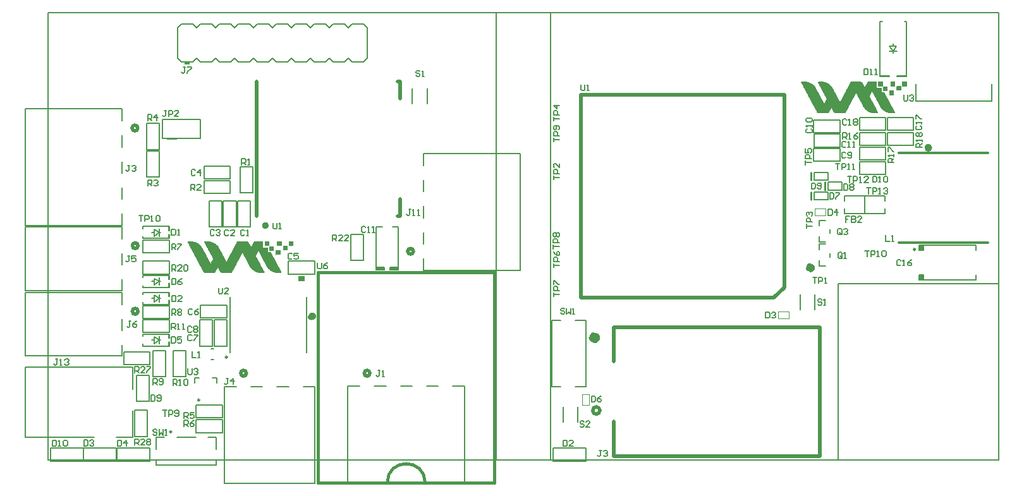
<source format=gto>
G04*
G04 #@! TF.GenerationSoftware,Altium Limited,Altium Designer,21.2.2 (38)*
G04*
G04 Layer_Color=65535*
%FSLAX44Y44*%
%MOMM*%
G71*
G04*
G04 #@! TF.SameCoordinates,1FAA2A19-5D32-44EB-9D88-0ED73DB0A834*
G04*
G04*
G04 #@! TF.FilePolarity,Positive*
G04*
G01*
G75*
%ADD28C,0.5000*%
%ADD30C,0.2540*%
%ADD31C,0.2000*%
%ADD48C,0.2500*%
%ADD49C,0.1930*%
%ADD82C,1.0000*%
%ADD100C,0.5080*%
%ADD101C,0.4000*%
%ADD102C,0.1500*%
%ADD103C,0.1778*%
%ADD104C,0.1524*%
%ADD105C,0.1270*%
%ADD106C,0.1800*%
%ADD107R,1.3970X0.2540*%
%ADD108R,0.8000X0.3600*%
%ADD109R,0.8050X0.6900*%
%ADD110C,1.2700*%
%ADD111C,0.1000*%
%ADD112C,0.3000*%
%ADD113R,0.5500X0.6750*%
G36*
X1134406Y506784D02*
Y506558D01*
Y506331D01*
Y506104D01*
Y505877D01*
Y505650D01*
Y505424D01*
Y505197D01*
Y504970D01*
Y504743D01*
Y504516D01*
Y504290D01*
Y504063D01*
Y503836D01*
Y503609D01*
Y503382D01*
Y503156D01*
Y502929D01*
Y502702D01*
Y502475D01*
Y502248D01*
Y502022D01*
Y501795D01*
Y501568D01*
Y501341D01*
Y501115D01*
Y500888D01*
X1128282D01*
Y501115D01*
Y501341D01*
Y501568D01*
Y501795D01*
Y502022D01*
Y502248D01*
Y502475D01*
Y502702D01*
Y502929D01*
Y503156D01*
Y503382D01*
Y503609D01*
Y503836D01*
Y504063D01*
Y504290D01*
Y504516D01*
Y504743D01*
Y504970D01*
Y505197D01*
Y505424D01*
Y505650D01*
Y505877D01*
Y506104D01*
Y506331D01*
Y506558D01*
Y506784D01*
Y507011D01*
X1134406D01*
Y506784D01*
D02*
G37*
G36*
X1117623D02*
Y506558D01*
Y506331D01*
Y506104D01*
Y505877D01*
Y505650D01*
Y505424D01*
Y505197D01*
Y504970D01*
Y504743D01*
Y504516D01*
Y504290D01*
Y504063D01*
Y503836D01*
Y503609D01*
Y503382D01*
Y503156D01*
Y502929D01*
Y502702D01*
Y502475D01*
Y502248D01*
Y502022D01*
Y501795D01*
Y501568D01*
Y501341D01*
Y501115D01*
Y500888D01*
X1111500D01*
Y501115D01*
Y501341D01*
Y501568D01*
Y501795D01*
Y502022D01*
Y502248D01*
Y502475D01*
Y502702D01*
Y502929D01*
Y503156D01*
Y503382D01*
Y503609D01*
Y503836D01*
Y504063D01*
Y504290D01*
Y504516D01*
Y504743D01*
Y504970D01*
Y505197D01*
Y505424D01*
Y505650D01*
Y505877D01*
Y506104D01*
Y506331D01*
Y506558D01*
Y506784D01*
Y507011D01*
X1117623D01*
Y506784D01*
D02*
G37*
G36*
X1149827D02*
Y506558D01*
Y506331D01*
Y506104D01*
Y505877D01*
Y505650D01*
Y505424D01*
Y505197D01*
Y504970D01*
Y504743D01*
Y504516D01*
Y504290D01*
Y504063D01*
Y503836D01*
Y503609D01*
Y503382D01*
Y503156D01*
Y502929D01*
Y502702D01*
Y502475D01*
Y502248D01*
Y502022D01*
Y501795D01*
Y501568D01*
Y501341D01*
Y501115D01*
Y500888D01*
X1147106D01*
Y500661D01*
X1146652D01*
Y500888D01*
X1143704D01*
Y501115D01*
Y501341D01*
Y501568D01*
Y501795D01*
Y502022D01*
Y502248D01*
Y502475D01*
Y502702D01*
Y502929D01*
Y503156D01*
Y503382D01*
Y503609D01*
Y503836D01*
Y504063D01*
Y504290D01*
Y504516D01*
Y504743D01*
Y504970D01*
Y505197D01*
Y505424D01*
Y505650D01*
Y505877D01*
Y506104D01*
Y506331D01*
Y506558D01*
Y506784D01*
Y507011D01*
X1149827D01*
Y506784D01*
D02*
G37*
G36*
X1109686Y507011D02*
Y506784D01*
Y506558D01*
Y506331D01*
Y506104D01*
Y505877D01*
Y505650D01*
Y505424D01*
Y505197D01*
Y504970D01*
Y504743D01*
Y504516D01*
Y504290D01*
Y504063D01*
Y503836D01*
Y503609D01*
Y503382D01*
Y503156D01*
Y502929D01*
Y502702D01*
Y502475D01*
Y502248D01*
Y502022D01*
Y501795D01*
Y501568D01*
Y501341D01*
Y501115D01*
Y500888D01*
Y500661D01*
Y500434D01*
Y500207D01*
Y499981D01*
Y499754D01*
Y499527D01*
Y499300D01*
Y499073D01*
X1116036D01*
Y498847D01*
Y498620D01*
Y498393D01*
Y498166D01*
Y497939D01*
Y497713D01*
Y497486D01*
Y497259D01*
Y497032D01*
Y496806D01*
Y496579D01*
Y496352D01*
Y496125D01*
Y495898D01*
Y495672D01*
Y495445D01*
Y495218D01*
Y494991D01*
Y494765D01*
Y494538D01*
Y494311D01*
Y494084D01*
Y493857D01*
Y493630D01*
Y493404D01*
Y493177D01*
Y492950D01*
X1116262D01*
Y492723D01*
X1119891D01*
Y492497D01*
X1120118D01*
Y492270D01*
Y492043D01*
Y491816D01*
X1120571D01*
Y491589D01*
Y491363D01*
X1120798D01*
Y491136D01*
Y490909D01*
Y490682D01*
X1121025D01*
Y490456D01*
Y490229D01*
X1121252D01*
Y490002D01*
X1121479D01*
Y489775D01*
Y489548D01*
X1121705D01*
Y489322D01*
Y489095D01*
X1121932D01*
Y488868D01*
X1122159D01*
Y488641D01*
X1121932D01*
Y488414D01*
X1122159D01*
Y488188D01*
X1122386D01*
Y487961D01*
Y487734D01*
X1122613D01*
Y487507D01*
Y487280D01*
X1123066D01*
Y487054D01*
Y486827D01*
Y486600D01*
Y486373D01*
X1123293D01*
Y486147D01*
X1123520D01*
Y485920D01*
Y485693D01*
Y485466D01*
X1123746D01*
Y485239D01*
X1123973D01*
Y485013D01*
Y484786D01*
X1124200D01*
Y484559D01*
Y484332D01*
X1124427D01*
Y484105D01*
Y483879D01*
X1124654D01*
Y483652D01*
X1124880D01*
Y483425D01*
Y483198D01*
X1125107D01*
Y482971D01*
Y482745D01*
X1125334D01*
Y482518D01*
Y482291D01*
X1125561D01*
Y482064D01*
X1125788D01*
Y481838D01*
Y481611D01*
Y481384D01*
X1126014D01*
Y481157D01*
Y480930D01*
Y480704D01*
X1126468D01*
Y480477D01*
Y480250D01*
X1126695D01*
Y480023D01*
Y479796D01*
X1126921D01*
Y479570D01*
Y479343D01*
Y479116D01*
X1127148D01*
Y478889D01*
X1127375D01*
Y478662D01*
Y478436D01*
X1127602D01*
Y478209D01*
Y477982D01*
Y477755D01*
X1128055D01*
Y477528D01*
Y477302D01*
Y477075D01*
X1128282D01*
Y476848D01*
X1128509D01*
Y476621D01*
Y476395D01*
Y476168D01*
X1128736D01*
Y475941D01*
Y475714D01*
X1128962D01*
Y475487D01*
X1129189D01*
Y475261D01*
Y475034D01*
X1129416D01*
Y474807D01*
Y474580D01*
X1129643D01*
Y474353D01*
X1129870D01*
Y474127D01*
Y473900D01*
Y473673D01*
X1130097D01*
Y473446D01*
Y473219D01*
X1130323D01*
Y472993D01*
X1130550D01*
Y472766D01*
Y472539D01*
Y472312D01*
X1130777D01*
Y472086D01*
X1131004D01*
Y471859D01*
Y471632D01*
X1131230D01*
Y471405D01*
X1131457D01*
Y471178D01*
Y470952D01*
Y470725D01*
X1131684D01*
Y470498D01*
X1131911D01*
Y470271D01*
Y470045D01*
X1132138D01*
Y469818D01*
Y469591D01*
Y469364D01*
X1132591D01*
Y469137D01*
Y468910D01*
Y468684D01*
X1132818D01*
Y468457D01*
Y468230D01*
Y468003D01*
X1133045D01*
Y467777D01*
X1133271D01*
Y467550D01*
X1133498D01*
Y467323D01*
X1133271D01*
Y467096D01*
X1133725D01*
Y466869D01*
Y466643D01*
Y466416D01*
X1133952D01*
Y466189D01*
Y465962D01*
Y465736D01*
X1134179D01*
Y465509D01*
X1133952D01*
Y465282D01*
Y465055D01*
X1133725D01*
Y464828D01*
X1133271D01*
Y464602D01*
X1127375D01*
Y464828D01*
X1126014D01*
Y465055D01*
X1125561D01*
Y465282D01*
X1124427D01*
Y465509D01*
X1123746D01*
Y465736D01*
X1123066D01*
Y465962D01*
X1122839D01*
Y466189D01*
X1122159D01*
Y466416D01*
X1121705D01*
Y466643D01*
X1121252D01*
Y466869D01*
X1120798D01*
Y467096D01*
X1120345D01*
Y467323D01*
X1120118D01*
Y467550D01*
X1119891D01*
Y467777D01*
X1119437D01*
Y468003D01*
X1118984D01*
Y468230D01*
X1118757D01*
Y468457D01*
X1118530D01*
Y468684D01*
X1118077D01*
Y468910D01*
X1117850D01*
Y469137D01*
X1117623D01*
Y469364D01*
X1117396D01*
Y469591D01*
X1117169D01*
Y469818D01*
X1116943D01*
Y470045D01*
X1116716D01*
Y470271D01*
X1116489D01*
Y470498D01*
X1116262D01*
Y470725D01*
X1116036D01*
Y470952D01*
X1115809D01*
Y471178D01*
X1115582D01*
Y471405D01*
X1115355D01*
Y471632D01*
Y471859D01*
Y472086D01*
X1114902D01*
Y472312D01*
Y472539D01*
X1114675D01*
Y472766D01*
X1114448D01*
Y472993D01*
Y473219D01*
Y473446D01*
Y473673D01*
X1114221D01*
Y473900D01*
X1113995D01*
Y474127D01*
Y474353D01*
X1113768D01*
Y474580D01*
Y474807D01*
X1113541D01*
Y475034D01*
X1113314D01*
Y475261D01*
Y475487D01*
Y475714D01*
X1113087D01*
Y475941D01*
X1112860D01*
Y476168D01*
Y476395D01*
Y476621D01*
X1112407D01*
Y476848D01*
Y477075D01*
Y477302D01*
X1112180D01*
Y477528D01*
Y477755D01*
X1111953D01*
Y477982D01*
Y478209D01*
X1111727D01*
Y478436D01*
X1111500D01*
Y478662D01*
Y478889D01*
Y479116D01*
X1111046D01*
Y479343D01*
Y479570D01*
Y479796D01*
Y480023D01*
X1110819D01*
Y480250D01*
X1110593D01*
Y480477D01*
Y480704D01*
Y480930D01*
X1110366D01*
Y481157D01*
X1110139D01*
Y481384D01*
X1109912D01*
Y481611D01*
Y481838D01*
Y482064D01*
X1109459D01*
Y482291D01*
X1109686D01*
Y482518D01*
X1109459D01*
Y482745D01*
X1109232D01*
Y482971D01*
Y483198D01*
X1109005D01*
Y483425D01*
Y483652D01*
X1108552D01*
Y483879D01*
Y484105D01*
Y484332D01*
Y484559D01*
Y484786D01*
X1108325D01*
Y485013D01*
X1108098D01*
Y485239D01*
Y485466D01*
X1107871D01*
Y485693D01*
X1107644D01*
Y485920D01*
Y486147D01*
Y486373D01*
X1107418D01*
Y486600D01*
X1107191D01*
Y486827D01*
X1106964D01*
Y487054D01*
X1107191D01*
Y487280D01*
X1106964D01*
Y487507D01*
X1106737D01*
Y487734D01*
X1106510D01*
Y487961D01*
Y488188D01*
Y488414D01*
X1106057D01*
Y488641D01*
Y488868D01*
Y489095D01*
Y489322D01*
X1105830D01*
Y489548D01*
X1105603D01*
Y489775D01*
Y490002D01*
Y490229D01*
X1105377D01*
Y490456D01*
X1105150D01*
Y490682D01*
Y490909D01*
Y491136D01*
X1104923D01*
Y491363D01*
X1104696D01*
Y491589D01*
Y491816D01*
Y492043D01*
X1104243D01*
Y492270D01*
Y492497D01*
X1104016D01*
Y492723D01*
Y492950D01*
Y493177D01*
X1103789D01*
Y493404D01*
X1103562D01*
Y493630D01*
Y493857D01*
X1102882D01*
Y493630D01*
Y493404D01*
Y493177D01*
X1102655D01*
Y492950D01*
Y492723D01*
X1102428D01*
Y492497D01*
X1102202D01*
Y492270D01*
X1102428D01*
Y492043D01*
X1102202D01*
Y491816D01*
X1101975D01*
Y491589D01*
X1101748D01*
Y491363D01*
Y491136D01*
Y490909D01*
X1101521D01*
Y490682D01*
Y490456D01*
X1101294D01*
Y490229D01*
Y490002D01*
X1101068D01*
Y489775D01*
Y489548D01*
X1100841D01*
Y489322D01*
Y489095D01*
X1100614D01*
Y488868D01*
Y488641D01*
X1100387D01*
Y488414D01*
Y488188D01*
X1100160D01*
Y487961D01*
Y487734D01*
Y487507D01*
Y487280D01*
Y487054D01*
X1100387D01*
Y486827D01*
Y486600D01*
Y486373D01*
X1100614D01*
Y486147D01*
X1100841D01*
Y485920D01*
Y485693D01*
X1101068D01*
Y485466D01*
Y485239D01*
X1101294D01*
Y485013D01*
Y484786D01*
X1101521D01*
Y484559D01*
Y484332D01*
X1101748D01*
Y484105D01*
X1101975D01*
Y483879D01*
Y483652D01*
X1102202D01*
Y483425D01*
Y483198D01*
X1102428D01*
Y482971D01*
Y482745D01*
X1102655D01*
Y482518D01*
Y482291D01*
X1102882D01*
Y482064D01*
X1103109D01*
Y481838D01*
Y481611D01*
Y481384D01*
X1103335D01*
Y481157D01*
Y480930D01*
X1103789D01*
Y480704D01*
Y480477D01*
Y480250D01*
Y480023D01*
X1104243D01*
Y479796D01*
Y479570D01*
Y479343D01*
Y479116D01*
X1104696D01*
Y478889D01*
Y478662D01*
X1104923D01*
Y478436D01*
X1104696D01*
Y478209D01*
X1104923D01*
Y477982D01*
X1105150D01*
Y477755D01*
X1105377D01*
Y477528D01*
Y477302D01*
X1105603D01*
Y477075D01*
Y476848D01*
X1105830D01*
Y476621D01*
Y476395D01*
X1106057D01*
Y476168D01*
Y475941D01*
X1106284D01*
Y475714D01*
Y475487D01*
Y475261D01*
X1106510D01*
Y475034D01*
X1106737D01*
Y474807D01*
Y474580D01*
Y474353D01*
X1107191D01*
Y474127D01*
Y473900D01*
Y473673D01*
X1107418D01*
Y473446D01*
Y473219D01*
X1107644D01*
Y472993D01*
X1107871D01*
Y472766D01*
Y472539D01*
Y472312D01*
X1108325D01*
Y472086D01*
Y471859D01*
Y471632D01*
X1108552D01*
Y471405D01*
X1108778D01*
Y471178D01*
Y470952D01*
Y470725D01*
X1109005D01*
Y470498D01*
X1109232D01*
Y470271D01*
Y470045D01*
X1109459D01*
Y469818D01*
Y469591D01*
X1109686D01*
Y469364D01*
Y469137D01*
Y468910D01*
X1109912D01*
Y468684D01*
X1110139D01*
Y468457D01*
Y468230D01*
Y468003D01*
X1110593D01*
Y467777D01*
Y467550D01*
X1110819D01*
Y467323D01*
Y467096D01*
Y466869D01*
X1111046D01*
Y466643D01*
X1111273D01*
Y466416D01*
X1111500D01*
Y466189D01*
Y465962D01*
Y465736D01*
Y465509D01*
Y465282D01*
X1111273D01*
Y465055D01*
X1111046D01*
Y464828D01*
X1110593D01*
Y464602D01*
X1104696D01*
Y464828D01*
X1103562D01*
Y465055D01*
X1102882D01*
Y465282D01*
X1101748D01*
Y465509D01*
X1101068D01*
Y465736D01*
X1100614D01*
Y465962D01*
X1100160D01*
Y466189D01*
X1099480D01*
Y466416D01*
X1099026D01*
Y466643D01*
X1098573D01*
Y466869D01*
X1098346D01*
Y467096D01*
X1097893D01*
Y467323D01*
X1097439D01*
Y467550D01*
X1097212D01*
Y467777D01*
X1096758D01*
Y468003D01*
X1096305D01*
Y468230D01*
X1096078D01*
Y468457D01*
X1095851D01*
Y468684D01*
X1095625D01*
Y468910D01*
X1095171D01*
Y469137D01*
X1094944D01*
Y469364D01*
X1094717D01*
Y469591D01*
Y469818D01*
X1094264D01*
Y470045D01*
X1094037D01*
Y470271D01*
X1093810D01*
Y470498D01*
X1093584D01*
Y470725D01*
X1093357D01*
Y470952D01*
Y471178D01*
X1093130D01*
Y471405D01*
X1092903D01*
Y471632D01*
X1092676D01*
Y471859D01*
Y472086D01*
X1092223D01*
Y472312D01*
Y472539D01*
Y472766D01*
X1091769D01*
Y472993D01*
Y473219D01*
Y473446D01*
Y473673D01*
X1091542D01*
Y473900D01*
X1091316D01*
Y474127D01*
Y474353D01*
X1091089D01*
Y474580D01*
Y474807D01*
X1090862D01*
Y475034D01*
Y475261D01*
X1090635D01*
Y475487D01*
Y475714D01*
X1090408D01*
Y475941D01*
X1090182D01*
Y476168D01*
Y476395D01*
X1089955D01*
Y476621D01*
Y476848D01*
X1089728D01*
Y477075D01*
Y477302D01*
Y477528D01*
X1089275D01*
Y477755D01*
Y477982D01*
X1089048D01*
Y478209D01*
Y478436D01*
Y478662D01*
X1088821D01*
Y478889D01*
Y479116D01*
X1088367D01*
Y479343D01*
Y479570D01*
Y479796D01*
X1088141D01*
Y480023D01*
Y480250D01*
X1087914D01*
Y480477D01*
Y480704D01*
X1087687D01*
Y480930D01*
Y481157D01*
X1087460D01*
Y481384D01*
X1087233D01*
Y481611D01*
Y481838D01*
Y482064D01*
X1087007D01*
Y482291D01*
X1086780D01*
Y482518D01*
Y482745D01*
X1086553D01*
Y482971D01*
Y483198D01*
X1086326D01*
Y483425D01*
Y483652D01*
X1086099D01*
Y483879D01*
X1085873D01*
Y484105D01*
Y484332D01*
Y484559D01*
X1085646D01*
Y484786D01*
Y485013D01*
X1085419D01*
Y485239D01*
Y485466D01*
Y485693D01*
X1084966D01*
Y485920D01*
Y486147D01*
Y486373D01*
X1084739D01*
Y486600D01*
X1084512D01*
Y486827D01*
Y487054D01*
X1084285D01*
Y487280D01*
Y487507D01*
X1084058D01*
Y487734D01*
X1083832D01*
Y487961D01*
X1084058D01*
Y488188D01*
X1083832D01*
Y488414D01*
X1083605D01*
Y488641D01*
X1083378D01*
Y488868D01*
Y489095D01*
X1083151D01*
Y489322D01*
Y489548D01*
X1082924D01*
Y489775D01*
Y490002D01*
Y490229D01*
X1082698D01*
Y490456D01*
Y490682D01*
X1082471D01*
Y490909D01*
Y491136D01*
X1082244D01*
Y491363D01*
X1081564D01*
Y491136D01*
Y490909D01*
X1081337D01*
Y490682D01*
Y490456D01*
X1081110D01*
Y490229D01*
Y490002D01*
X1080883D01*
Y489775D01*
X1080657D01*
Y489548D01*
Y489322D01*
Y489095D01*
X1080430D01*
Y488868D01*
X1080203D01*
Y488641D01*
Y488414D01*
Y488188D01*
X1079749D01*
Y487961D01*
Y487734D01*
Y487507D01*
X1079523D01*
Y487280D01*
Y487054D01*
X1079296D01*
Y486827D01*
Y486600D01*
X1079069D01*
Y486373D01*
Y486147D01*
Y485920D01*
X1078842D01*
Y485693D01*
X1078615D01*
Y485466D01*
Y485239D01*
X1078389D01*
Y485013D01*
X1078162D01*
Y484786D01*
Y484559D01*
X1077935D01*
Y484332D01*
Y484105D01*
X1077708D01*
Y483879D01*
Y483652D01*
X1077482D01*
Y483425D01*
Y483198D01*
X1077255D01*
Y482971D01*
Y482745D01*
Y482518D01*
X1076801D01*
Y482291D01*
Y482064D01*
Y481838D01*
X1076574D01*
Y481611D01*
X1076348D01*
Y481384D01*
Y481157D01*
Y480930D01*
X1076121D01*
Y480704D01*
X1075894D01*
Y480477D01*
Y480250D01*
X1075667D01*
Y480023D01*
Y479796D01*
X1075440D01*
Y479570D01*
X1075214D01*
Y479343D01*
Y479116D01*
Y478889D01*
X1074987D01*
Y478662D01*
Y478436D01*
X1074760D01*
Y478209D01*
X1074533D01*
Y477982D01*
Y477755D01*
X1074306D01*
Y477528D01*
Y477302D01*
X1074080D01*
Y477075D01*
Y476848D01*
X1073853D01*
Y476621D01*
Y476395D01*
Y476168D01*
X1073626D01*
Y475941D01*
Y475714D01*
X1073399D01*
Y475487D01*
Y475261D01*
X1072946D01*
Y475034D01*
Y474807D01*
X1072719D01*
Y474580D01*
Y474353D01*
Y474127D01*
X1072492D01*
Y473900D01*
X1072265D01*
Y473673D01*
Y473446D01*
Y473219D01*
X1072039D01*
Y472993D01*
X1071812D01*
Y472766D01*
Y472539D01*
Y472312D01*
X1071358D01*
Y472086D01*
Y471859D01*
Y471632D01*
X1071131D01*
Y471405D01*
Y471178D01*
X1070905D01*
Y470952D01*
Y470725D01*
X1070678D01*
Y470498D01*
Y470271D01*
X1070224D01*
Y470045D01*
Y469818D01*
Y469591D01*
X1069997D01*
Y469364D01*
Y469137D01*
Y468910D01*
X1069771D01*
Y468684D01*
X1069544D01*
Y468457D01*
Y468230D01*
X1069317D01*
Y468003D01*
Y467777D01*
X1069090D01*
Y467550D01*
X1068864D01*
Y467323D01*
Y467096D01*
Y466869D01*
X1068637D01*
Y466643D01*
X1068410D01*
Y466416D01*
Y466189D01*
X1068183D01*
Y465962D01*
Y465736D01*
Y465509D01*
X1067730D01*
Y465282D01*
Y465055D01*
Y464828D01*
X1067276D01*
Y464602D01*
X1053895D01*
Y464828D01*
X1053442D01*
Y465055D01*
X1053215D01*
Y465282D01*
X1052762D01*
Y465509D01*
X1052308D01*
Y465736D01*
Y465962D01*
X1052081D01*
Y466189D01*
X1051854D01*
Y466416D01*
Y466643D01*
Y466869D01*
X1051401D01*
Y467096D01*
Y467323D01*
X1051174D01*
Y467550D01*
Y467777D01*
X1050947D01*
Y468003D01*
Y468230D01*
Y468457D01*
X1050720D01*
Y468684D01*
X1050494D01*
Y468910D01*
Y469137D01*
X1050267D01*
Y469364D01*
Y469591D01*
Y469818D01*
X1049813D01*
Y470045D01*
X1050040D01*
Y470271D01*
X1049813D01*
Y470498D01*
X1049586D01*
Y470725D01*
X1049360D01*
Y470952D01*
Y471178D01*
Y471405D01*
X1048679D01*
Y471178D01*
X1048453D01*
Y470952D01*
Y470725D01*
X1048226D01*
Y470498D01*
Y470271D01*
X1047999D01*
Y470045D01*
X1047772D01*
Y469818D01*
X1047545D01*
Y469591D01*
Y469364D01*
Y469137D01*
X1047319D01*
Y468910D01*
Y468684D01*
X1047092D01*
Y468457D01*
Y468230D01*
X1046865D01*
Y468003D01*
Y467777D01*
X1046638D01*
Y467550D01*
Y467323D01*
X1046411D01*
Y467096D01*
X1046185D01*
Y466869D01*
Y466643D01*
X1045958D01*
Y466416D01*
Y466189D01*
Y465962D01*
X1045731D01*
Y465736D01*
X1045504D01*
Y465509D01*
Y465282D01*
X1045277D01*
Y465055D01*
Y464828D01*
X1044597D01*
Y464602D01*
X1031670D01*
Y464828D01*
X1030990D01*
Y465055D01*
X1030763D01*
Y465282D01*
X1030309D01*
Y465509D01*
X1030083D01*
Y465736D01*
X1029856D01*
Y465962D01*
X1029629D01*
Y466189D01*
X1029402D01*
Y466416D01*
Y466643D01*
X1029175D01*
Y466869D01*
Y467096D01*
Y467323D01*
X1028722D01*
Y467550D01*
Y467777D01*
Y468003D01*
X1028495D01*
Y468230D01*
X1028268D01*
Y468457D01*
Y468684D01*
Y468910D01*
X1028042D01*
Y469137D01*
Y469364D01*
X1027815D01*
Y469591D01*
X1027588D01*
Y469818D01*
X1027361D01*
Y470045D01*
Y470271D01*
X1027134D01*
Y470498D01*
Y470725D01*
X1026908D01*
Y470952D01*
Y471178D01*
X1026681D01*
Y471405D01*
Y471632D01*
X1026454D01*
Y471859D01*
X1026227D01*
Y472086D01*
Y472312D01*
Y472539D01*
Y472766D01*
X1026001D01*
Y472993D01*
X1025774D01*
Y473219D01*
Y473446D01*
Y473673D01*
X1025320D01*
Y473900D01*
Y474127D01*
Y474353D01*
X1025093D01*
Y474580D01*
Y474807D01*
X1024866D01*
Y475034D01*
X1024640D01*
Y475261D01*
Y475487D01*
X1024413D01*
Y475714D01*
X1024186D01*
Y475941D01*
Y476168D01*
Y476395D01*
Y476621D01*
X1023733D01*
Y476848D01*
Y477075D01*
X1023506D01*
Y477302D01*
Y477528D01*
Y477755D01*
X1023279D01*
Y477982D01*
Y478209D01*
X1023052D01*
Y478436D01*
X1022825D01*
Y478662D01*
Y478889D01*
X1022599D01*
Y479116D01*
Y479343D01*
X1022372D01*
Y479570D01*
Y479796D01*
Y480023D01*
X1021918D01*
Y480250D01*
Y480477D01*
Y480704D01*
X1021692D01*
Y480930D01*
Y481157D01*
X1021465D01*
Y481384D01*
X1021238D01*
Y481611D01*
Y481838D01*
X1021011D01*
Y482064D01*
Y482291D01*
X1020784D01*
Y482518D01*
Y482745D01*
Y482971D01*
X1020331D01*
Y483198D01*
Y483425D01*
X1020104D01*
Y483652D01*
Y483879D01*
Y484105D01*
X1019877D01*
Y484332D01*
Y484559D01*
X1019650D01*
Y484786D01*
Y485013D01*
X1019424D01*
Y485239D01*
X1019197D01*
Y485466D01*
Y485693D01*
X1018970D01*
Y485920D01*
X1018743D01*
Y486147D01*
X1018970D01*
Y486373D01*
X1018516D01*
Y486600D01*
Y486827D01*
Y487054D01*
X1018290D01*
Y487280D01*
Y487507D01*
X1018063D01*
Y487734D01*
Y487961D01*
X1017836D01*
Y488188D01*
X1017609D01*
Y488414D01*
X1017383D01*
Y488641D01*
Y488868D01*
Y489095D01*
Y489322D01*
X1016929D01*
Y489548D01*
Y489775D01*
Y490002D01*
X1016702D01*
Y490229D01*
Y490456D01*
Y490682D01*
X1016248D01*
Y490909D01*
Y491136D01*
Y491363D01*
X1016022D01*
Y491589D01*
X1015795D01*
Y491816D01*
Y492043D01*
Y492270D01*
X1015568D01*
Y492497D01*
X1015341D01*
Y492723D01*
X1015115D01*
Y492950D01*
Y493177D01*
X1014888D01*
Y493404D01*
Y493630D01*
Y493857D01*
Y494084D01*
X1014434D01*
Y494311D01*
Y494538D01*
Y494765D01*
X1014207D01*
Y494991D01*
X1013981D01*
Y495218D01*
Y495445D01*
X1013754D01*
Y495672D01*
Y495898D01*
Y496125D01*
X1013527D01*
Y496352D01*
X1013300D01*
Y496579D01*
Y496806D01*
Y497032D01*
X1012847D01*
Y497259D01*
Y497486D01*
X1012620D01*
Y497713D01*
Y497939D01*
X1012393D01*
Y498166D01*
Y498393D01*
Y498620D01*
X1012166D01*
Y498847D01*
Y499073D01*
X1011940D01*
Y499300D01*
X1011713D01*
Y499527D01*
Y499754D01*
Y499981D01*
X1011486D01*
Y500207D01*
Y500434D01*
X1011259D01*
Y500661D01*
X1011032D01*
Y500888D01*
Y501115D01*
Y501341D01*
X1010806D01*
Y501568D01*
X1010352D01*
Y501795D01*
X1010579D01*
Y502022D01*
X1010352D01*
Y502248D01*
Y502475D01*
X1010125D01*
Y502702D01*
X1009898D01*
Y502929D01*
Y503156D01*
Y503382D01*
X1009672D01*
Y503609D01*
X1009445D01*
Y503836D01*
Y504063D01*
X1009218D01*
Y504290D01*
Y504516D01*
X1008991D01*
Y504743D01*
X1008764D01*
Y504970D01*
Y505197D01*
Y505424D01*
X1008538D01*
Y505650D01*
X1008311D01*
Y505877D01*
Y506104D01*
Y506331D01*
Y506558D01*
X1008538D01*
Y506784D01*
X1008764D01*
Y507011D01*
X1009445D01*
Y507238D01*
X1014207D01*
Y507011D01*
X1016022D01*
Y506784D01*
X1016475D01*
Y506558D01*
X1017609D01*
Y506331D01*
X1018290D01*
Y506104D01*
X1018970D01*
Y505877D01*
X1019424D01*
Y505650D01*
X1020104D01*
Y505424D01*
X1020557D01*
Y505197D01*
X1021011D01*
Y504970D01*
X1021465D01*
Y504743D01*
X1021918D01*
Y504516D01*
X1022372D01*
Y504290D01*
X1022825D01*
Y504063D01*
X1023052D01*
Y503836D01*
X1023279D01*
Y503609D01*
X1023733D01*
Y503382D01*
X1023959D01*
Y503156D01*
X1024186D01*
Y502929D01*
X1024640D01*
Y502702D01*
Y502475D01*
X1025093D01*
Y502248D01*
X1025320D01*
Y502022D01*
X1025547D01*
Y501795D01*
Y501568D01*
X1026001D01*
Y501341D01*
X1026227D01*
Y501115D01*
X1026454D01*
Y500888D01*
X1026681D01*
Y500661D01*
X1026908D01*
Y500434D01*
Y500207D01*
X1027134D01*
Y499981D01*
X1027361D01*
Y499754D01*
Y499527D01*
X1027588D01*
Y499300D01*
Y499073D01*
X1027815D01*
Y498847D01*
Y498620D01*
X1028042D01*
Y498393D01*
X1028268D01*
Y498166D01*
X1028495D01*
Y497939D01*
Y497713D01*
Y497486D01*
X1028722D01*
Y497259D01*
X1028949D01*
Y497032D01*
Y496806D01*
Y496579D01*
X1029175D01*
Y496352D01*
X1029402D01*
Y496125D01*
Y495898D01*
Y495672D01*
X1029629D01*
Y495445D01*
X1029856D01*
Y495218D01*
Y494991D01*
X1030083D01*
Y494765D01*
X1030309D01*
Y494538D01*
Y494311D01*
Y494084D01*
X1030536D01*
Y493857D01*
Y493630D01*
X1030763D01*
Y493404D01*
Y493177D01*
X1030990D01*
Y492950D01*
Y492723D01*
X1031443D01*
Y492497D01*
X1031217D01*
Y492270D01*
X1031443D01*
Y492043D01*
X1031670D01*
Y491816D01*
Y491589D01*
X1031897D01*
Y491363D01*
Y491136D01*
X1032124D01*
Y490909D01*
Y490682D01*
X1032350D01*
Y490456D01*
X1032577D01*
Y490229D01*
Y490002D01*
X1032804D01*
Y489775D01*
Y489548D01*
Y489322D01*
X1033031D01*
Y489095D01*
X1033258D01*
Y488868D01*
Y488641D01*
X1033484D01*
Y488414D01*
Y488188D01*
X1033711D01*
Y487961D01*
Y487734D01*
X1033938D01*
Y487507D01*
Y487280D01*
X1034165D01*
Y487054D01*
X1034392D01*
Y486827D01*
Y486600D01*
Y486373D01*
X1034845D01*
Y486147D01*
Y485920D01*
Y485693D01*
X1035072D01*
Y485466D01*
Y485239D01*
X1035299D01*
Y485013D01*
Y484786D01*
X1035526D01*
Y484559D01*
Y484332D01*
X1035752D01*
Y484105D01*
Y483879D01*
X1035979D01*
Y483652D01*
Y483425D01*
X1036206D01*
Y483198D01*
Y482971D01*
X1036433D01*
Y482745D01*
X1036659D01*
Y482518D01*
Y482291D01*
X1036886D01*
Y482064D01*
Y481838D01*
X1037113D01*
Y481611D01*
X1037340D01*
Y481384D01*
X1037113D01*
Y481157D01*
X1037340D01*
Y480930D01*
X1037567D01*
Y480704D01*
Y480477D01*
X1037794D01*
Y480250D01*
Y480023D01*
X1038020D01*
Y479796D01*
X1038247D01*
Y479570D01*
Y479343D01*
X1038474D01*
Y479116D01*
Y478889D01*
X1038701D01*
Y478662D01*
Y478436D01*
X1038927D01*
Y478209D01*
Y477982D01*
X1039154D01*
Y477755D01*
X1039608D01*
Y477982D01*
Y478209D01*
X1039835D01*
Y478436D01*
Y478662D01*
X1040061D01*
Y478889D01*
Y479116D01*
Y479343D01*
X1040288D01*
Y479570D01*
Y479796D01*
X1040515D01*
Y480023D01*
Y480250D01*
X1040742D01*
Y480477D01*
Y480704D01*
X1040968D01*
Y480930D01*
Y481157D01*
X1041195D01*
Y481384D01*
Y481611D01*
X1041422D01*
Y481838D01*
Y482064D01*
Y482291D01*
X1041649D01*
Y482518D01*
X1041876D01*
Y482745D01*
X1042102D01*
Y482971D01*
Y483198D01*
Y483425D01*
X1042329D01*
Y483652D01*
Y483879D01*
Y484105D01*
Y484332D01*
Y484559D01*
X1041876D01*
Y484786D01*
Y485013D01*
X1041649D01*
Y485239D01*
Y485466D01*
Y485693D01*
X1041422D01*
Y485920D01*
X1041195D01*
Y486147D01*
Y486373D01*
Y486600D01*
X1040968D01*
Y486827D01*
Y487054D01*
X1040742D01*
Y487280D01*
Y487507D01*
X1040515D01*
Y487734D01*
Y487961D01*
Y488188D01*
X1040061D01*
Y488414D01*
Y488641D01*
Y488868D01*
X1039608D01*
Y489095D01*
Y489322D01*
Y489548D01*
X1039381D01*
Y489775D01*
Y490002D01*
X1039154D01*
Y490229D01*
Y490456D01*
X1038927D01*
Y490682D01*
Y490909D01*
X1038701D01*
Y491136D01*
X1038474D01*
Y491363D01*
Y491589D01*
Y491816D01*
X1038247D01*
Y492043D01*
X1038020D01*
Y492270D01*
Y492497D01*
X1037794D01*
Y492723D01*
Y492950D01*
X1037567D01*
Y493177D01*
Y493404D01*
Y493630D01*
X1037340D01*
Y493857D01*
X1037113D01*
Y494084D01*
Y494311D01*
X1036886D01*
Y494538D01*
Y494765D01*
X1036659D01*
Y494991D01*
Y495218D01*
X1036433D01*
Y495445D01*
X1036206D01*
Y495672D01*
X1035979D01*
Y495898D01*
Y496125D01*
Y496352D01*
Y496579D01*
X1035526D01*
Y496806D01*
Y497032D01*
Y497259D01*
X1035299D01*
Y497486D01*
X1035072D01*
Y497713D01*
Y497939D01*
Y498166D01*
X1034845D01*
Y498393D01*
Y498620D01*
X1034618D01*
Y498847D01*
X1034392D01*
Y499073D01*
Y499300D01*
X1034165D01*
Y499527D01*
X1033938D01*
Y499754D01*
Y499981D01*
Y500207D01*
X1033711D01*
Y500434D01*
Y500661D01*
X1033484D01*
Y500888D01*
Y501115D01*
X1033258D01*
Y501341D01*
Y501568D01*
X1033031D01*
Y501795D01*
X1032804D01*
Y502022D01*
Y502248D01*
X1032577D01*
Y502475D01*
Y502702D01*
Y502929D01*
X1032350D01*
Y503156D01*
X1032124D01*
Y503382D01*
Y503609D01*
X1031897D01*
Y503836D01*
Y504063D01*
X1031670D01*
Y504290D01*
Y504516D01*
X1031443D01*
Y504743D01*
X1031217D01*
Y504970D01*
Y505197D01*
X1030990D01*
Y505424D01*
Y505650D01*
Y505877D01*
X1030763D01*
Y506104D01*
X1030990D01*
Y506331D01*
Y506558D01*
Y506784D01*
X1031443D01*
Y507011D01*
X1031897D01*
Y507238D01*
X1036659D01*
Y507011D01*
X1038474D01*
Y506784D01*
X1038927D01*
Y506558D01*
X1040061D01*
Y506331D01*
X1040968D01*
Y506104D01*
X1041649D01*
Y505877D01*
X1041876D01*
Y505650D01*
X1042556D01*
Y505424D01*
X1043236D01*
Y505197D01*
X1043463D01*
Y504970D01*
X1043917D01*
Y504743D01*
X1044144D01*
Y504516D01*
X1044824D01*
Y504290D01*
X1045051D01*
Y504063D01*
X1045504D01*
Y503836D01*
X1045731D01*
Y503609D01*
X1046185D01*
Y503382D01*
X1046411D01*
Y503156D01*
X1046638D01*
Y502929D01*
X1046865D01*
Y502702D01*
X1047092D01*
Y502475D01*
X1047545D01*
Y502248D01*
X1047772D01*
Y502022D01*
X1047999D01*
Y501795D01*
X1048226D01*
Y501568D01*
X1048453D01*
Y501341D01*
X1048679D01*
Y501115D01*
X1048906D01*
Y500888D01*
X1049133D01*
Y500661D01*
Y500434D01*
X1049586D01*
Y500207D01*
Y499981D01*
X1049813D01*
Y499754D01*
X1050040D01*
Y499527D01*
Y499300D01*
X1050267D01*
Y499073D01*
Y498847D01*
X1050494D01*
Y498620D01*
Y498393D01*
Y498166D01*
X1050720D01*
Y497939D01*
X1050947D01*
Y497713D01*
Y497486D01*
Y497259D01*
X1051401D01*
Y497032D01*
Y496806D01*
X1051628D01*
Y496579D01*
Y496352D01*
Y496125D01*
X1052081D01*
Y495898D01*
Y495672D01*
Y495445D01*
Y495218D01*
X1052308D01*
Y494991D01*
X1052535D01*
Y494765D01*
Y494538D01*
X1052762D01*
Y494311D01*
Y494084D01*
X1052988D01*
Y493857D01*
Y493630D01*
X1053215D01*
Y493404D01*
Y493177D01*
X1053442D01*
Y492950D01*
X1053669D01*
Y492723D01*
X1053895D01*
Y492497D01*
Y492270D01*
Y492043D01*
X1054122D01*
Y491816D01*
X1054349D01*
Y491589D01*
Y491363D01*
X1054576D01*
Y491136D01*
Y490909D01*
X1054803D01*
Y490682D01*
Y490456D01*
X1055029D01*
Y490229D01*
Y490002D01*
X1055256D01*
Y489775D01*
Y489548D01*
X1055483D01*
Y489322D01*
Y489095D01*
Y488868D01*
X1055710D01*
Y488641D01*
X1055937D01*
Y488414D01*
Y488188D01*
Y487961D01*
X1056390D01*
Y487734D01*
Y487507D01*
Y487280D01*
X1056617D01*
Y487054D01*
X1056844D01*
Y486827D01*
Y486600D01*
X1057070D01*
Y486373D01*
Y486147D01*
X1057297D01*
Y485920D01*
Y485693D01*
X1057524D01*
Y485466D01*
Y485239D01*
X1057751D01*
Y485013D01*
Y484786D01*
X1057978D01*
Y484559D01*
Y484332D01*
X1058204D01*
Y484105D01*
Y483879D01*
X1058431D01*
Y483652D01*
Y483425D01*
Y483198D01*
X1058885D01*
Y482971D01*
Y482745D01*
Y482518D01*
X1059112D01*
Y482291D01*
X1059338D01*
Y482064D01*
Y481838D01*
X1059565D01*
Y481611D01*
Y481384D01*
Y481157D01*
X1060019D01*
Y480930D01*
Y480704D01*
X1060246D01*
Y480477D01*
Y480250D01*
X1060699D01*
Y480477D01*
Y480704D01*
X1060926D01*
Y480930D01*
X1061153D01*
Y481157D01*
Y481384D01*
X1061379D01*
Y481611D01*
Y481838D01*
X1061606D01*
Y482064D01*
Y482291D01*
X1061833D01*
Y482518D01*
Y482745D01*
Y482971D01*
X1062287D01*
Y483198D01*
Y483425D01*
Y483652D01*
X1062740D01*
Y483879D01*
Y484105D01*
Y484332D01*
Y484559D01*
X1062967D01*
Y484786D01*
X1063194D01*
Y485013D01*
Y485239D01*
X1063421D01*
Y485466D01*
Y485693D01*
X1063647D01*
Y485920D01*
Y486147D01*
X1063874D01*
Y486373D01*
Y486600D01*
Y486827D01*
X1064101D01*
Y487054D01*
Y487280D01*
X1064555D01*
Y487507D01*
Y487734D01*
Y487961D01*
X1064781D01*
Y488188D01*
X1065008D01*
Y488414D01*
Y488641D01*
Y488868D01*
X1065235D01*
Y489095D01*
X1065462D01*
Y489322D01*
Y489548D01*
X1065688D01*
Y489775D01*
Y490002D01*
Y490229D01*
X1066142D01*
Y490456D01*
Y490682D01*
Y490909D01*
X1066369D01*
Y491136D01*
X1066596D01*
Y491363D01*
Y491589D01*
Y491816D01*
X1066822D01*
Y492043D01*
Y492270D01*
X1067276D01*
Y492497D01*
X1067049D01*
Y492723D01*
X1067276D01*
Y492950D01*
X1067503D01*
Y493177D01*
X1067730D01*
Y493404D01*
Y493630D01*
Y493857D01*
Y494084D01*
X1068183D01*
Y494311D01*
Y494538D01*
Y494765D01*
X1068410D01*
Y494991D01*
Y495218D01*
X1068637D01*
Y495445D01*
Y495672D01*
X1068864D01*
Y495898D01*
X1069090D01*
Y496125D01*
Y496352D01*
X1069317D01*
Y496579D01*
Y496806D01*
X1069544D01*
Y497032D01*
Y497259D01*
X1069771D01*
Y497486D01*
Y497713D01*
X1069997D01*
Y497939D01*
Y498166D01*
X1070224D01*
Y498393D01*
Y498620D01*
X1070451D01*
Y498847D01*
X1070678D01*
Y499073D01*
Y499300D01*
Y499527D01*
X1071131D01*
Y499754D01*
Y499981D01*
Y500207D01*
Y500434D01*
Y500661D01*
X1071585D01*
Y500888D01*
Y501115D01*
X1071812D01*
Y501341D01*
Y501568D01*
X1072039D01*
Y501795D01*
Y502022D01*
Y502248D01*
X1072492D01*
Y502475D01*
Y502702D01*
Y502929D01*
X1072719D01*
Y503156D01*
X1072946D01*
Y503382D01*
Y503609D01*
Y503836D01*
X1073173D01*
Y504063D01*
X1073399D01*
Y504290D01*
Y504516D01*
X1073626D01*
Y504743D01*
Y504970D01*
Y505197D01*
X1074080D01*
Y505424D01*
Y505650D01*
X1073853D01*
Y505877D01*
X1074306D01*
Y506104D01*
X1074533D01*
Y506331D01*
Y506558D01*
Y506784D01*
X1074987D01*
Y507011D01*
X1075667D01*
Y507238D01*
X1087914D01*
Y507011D01*
X1088594D01*
Y506784D01*
X1088821D01*
Y506558D01*
X1089501D01*
Y506331D01*
X1089728D01*
Y506104D01*
X1089955D01*
Y505877D01*
X1090182D01*
Y505650D01*
X1090408D01*
Y505424D01*
X1090635D01*
Y505197D01*
Y504970D01*
Y504743D01*
X1090862D01*
Y504516D01*
X1091089D01*
Y504290D01*
Y504063D01*
Y503836D01*
X1091316D01*
Y503609D01*
X1091542D01*
Y503382D01*
Y503156D01*
X1091769D01*
Y502929D01*
X1091996D01*
Y502702D01*
Y502475D01*
X1092223D01*
Y502248D01*
Y502022D01*
X1092450D01*
Y501795D01*
Y501568D01*
Y501341D01*
X1092676D01*
Y501115D01*
X1092903D01*
Y500888D01*
Y500661D01*
Y500434D01*
X1093130D01*
Y500207D01*
X1093810D01*
Y500434D01*
X1094037D01*
Y500661D01*
Y500888D01*
X1094264D01*
Y501115D01*
Y501341D01*
X1094491D01*
Y501568D01*
X1094717D01*
Y501795D01*
Y502022D01*
Y502248D01*
X1094944D01*
Y502475D01*
X1095171D01*
Y502702D01*
Y502929D01*
Y503156D01*
X1095625D01*
Y503382D01*
Y503609D01*
Y503836D01*
X1095851D01*
Y504063D01*
X1096078D01*
Y504290D01*
Y504516D01*
Y504743D01*
X1096305D01*
Y504970D01*
Y505197D01*
X1096758D01*
Y505424D01*
Y505650D01*
Y505877D01*
Y506104D01*
X1097212D01*
Y506331D01*
Y506558D01*
X1097439D01*
Y506784D01*
X1097666D01*
Y507011D01*
X1098346D01*
Y507238D01*
X1109686D01*
Y507011D01*
D02*
G37*
G36*
X1142570Y501115D02*
Y500888D01*
Y500661D01*
Y500434D01*
Y500207D01*
Y499981D01*
Y499754D01*
Y499527D01*
Y499300D01*
Y499073D01*
Y498847D01*
Y498620D01*
Y498393D01*
Y498166D01*
Y497939D01*
Y497713D01*
Y497486D01*
Y497259D01*
Y497032D01*
Y496806D01*
Y496579D01*
Y496352D01*
Y496125D01*
Y495898D01*
Y495672D01*
Y495445D01*
Y495218D01*
X1142343D01*
Y495445D01*
X1136447D01*
Y495672D01*
Y495898D01*
X1136220D01*
Y496125D01*
Y496352D01*
Y496579D01*
Y496806D01*
Y497032D01*
Y497259D01*
Y497486D01*
Y497713D01*
Y497939D01*
Y498166D01*
Y498393D01*
Y498620D01*
Y498847D01*
Y499073D01*
Y499300D01*
Y499527D01*
Y499754D01*
Y499981D01*
Y500207D01*
Y500434D01*
Y500661D01*
X1136447D01*
Y500888D01*
Y501115D01*
Y501341D01*
X1142570D01*
Y501115D01*
D02*
G37*
G36*
X1123973Y500434D02*
Y500207D01*
Y499981D01*
Y499754D01*
Y499527D01*
Y499300D01*
Y499073D01*
Y498847D01*
Y498620D01*
Y498393D01*
Y498166D01*
Y497939D01*
Y497713D01*
Y497486D01*
Y497259D01*
Y497032D01*
Y496806D01*
Y496579D01*
Y496352D01*
Y496125D01*
Y495898D01*
Y495672D01*
Y495445D01*
Y495218D01*
Y494991D01*
Y494765D01*
Y494538D01*
X1117850D01*
Y494765D01*
Y494991D01*
Y495218D01*
Y495445D01*
Y495672D01*
Y495898D01*
Y496125D01*
Y496352D01*
Y496579D01*
Y496806D01*
Y497032D01*
Y497259D01*
Y497486D01*
Y497713D01*
Y497939D01*
Y498166D01*
Y498393D01*
Y498620D01*
Y498847D01*
Y499073D01*
Y499300D01*
Y499527D01*
Y499754D01*
Y499981D01*
Y500207D01*
Y500434D01*
Y500661D01*
X1123973D01*
Y500434D01*
D02*
G37*
G36*
X1132818Y494991D02*
Y494765D01*
Y494538D01*
Y494311D01*
Y494084D01*
Y493857D01*
Y493630D01*
Y493404D01*
Y493177D01*
Y492950D01*
Y492723D01*
Y492497D01*
Y492270D01*
Y492043D01*
Y491816D01*
Y491589D01*
Y491363D01*
Y491136D01*
Y490909D01*
Y490682D01*
Y490456D01*
Y490229D01*
Y490002D01*
Y489775D01*
Y489548D01*
Y489322D01*
Y489095D01*
X1132138D01*
Y488868D01*
X1131911D01*
Y489095D01*
X1130777D01*
Y488868D01*
X1130550D01*
Y489095D01*
X1129870D01*
Y488868D01*
X1129643D01*
Y489095D01*
X1127829D01*
Y488868D01*
X1127602D01*
Y489095D01*
X1126921D01*
Y488868D01*
X1126695D01*
Y489095D01*
Y489322D01*
Y489548D01*
Y489775D01*
Y490002D01*
Y490229D01*
Y490456D01*
Y490682D01*
Y490909D01*
Y491136D01*
Y491363D01*
Y491589D01*
Y491816D01*
Y492043D01*
Y492270D01*
Y492497D01*
Y492723D01*
Y492950D01*
Y493177D01*
Y493404D01*
Y493630D01*
Y493857D01*
Y494084D01*
Y494311D01*
Y494538D01*
Y494765D01*
Y494991D01*
Y495218D01*
X1132818D01*
Y494991D01*
D02*
G37*
G36*
X312511Y292790D02*
Y292563D01*
Y292336D01*
Y292109D01*
Y291882D01*
Y291656D01*
Y291429D01*
Y291202D01*
Y290975D01*
Y290749D01*
Y290522D01*
Y290295D01*
Y290068D01*
Y289841D01*
Y289615D01*
Y289388D01*
Y289161D01*
Y288934D01*
Y288707D01*
Y288481D01*
Y288254D01*
Y288027D01*
Y287800D01*
Y287574D01*
Y287347D01*
Y287120D01*
Y286893D01*
X306388D01*
Y287120D01*
Y287347D01*
Y287574D01*
Y287800D01*
Y288027D01*
Y288254D01*
Y288481D01*
Y288707D01*
Y288934D01*
Y289161D01*
Y289388D01*
Y289615D01*
Y289841D01*
Y290068D01*
Y290295D01*
Y290522D01*
Y290749D01*
Y290975D01*
Y291202D01*
Y291429D01*
Y291656D01*
Y291882D01*
Y292109D01*
Y292336D01*
Y292563D01*
Y292790D01*
Y293016D01*
X312511D01*
Y292790D01*
D02*
G37*
G36*
X295729D02*
Y292563D01*
Y292336D01*
Y292109D01*
Y291882D01*
Y291656D01*
Y291429D01*
Y291202D01*
Y290975D01*
Y290749D01*
Y290522D01*
Y290295D01*
Y290068D01*
Y289841D01*
Y289615D01*
Y289388D01*
Y289161D01*
Y288934D01*
Y288707D01*
Y288481D01*
Y288254D01*
Y288027D01*
Y287800D01*
Y287574D01*
Y287347D01*
Y287120D01*
Y286893D01*
X289606D01*
Y287120D01*
Y287347D01*
Y287574D01*
Y287800D01*
Y288027D01*
Y288254D01*
Y288481D01*
Y288707D01*
Y288934D01*
Y289161D01*
Y289388D01*
Y289615D01*
Y289841D01*
Y290068D01*
Y290295D01*
Y290522D01*
Y290749D01*
Y290975D01*
Y291202D01*
Y291429D01*
Y291656D01*
Y291882D01*
Y292109D01*
Y292336D01*
Y292563D01*
Y292790D01*
Y293016D01*
X295729D01*
Y292790D01*
D02*
G37*
G36*
X327933D02*
Y292563D01*
Y292336D01*
Y292109D01*
Y291882D01*
Y291656D01*
Y291429D01*
Y291202D01*
Y290975D01*
Y290749D01*
Y290522D01*
Y290295D01*
Y290068D01*
Y289841D01*
Y289615D01*
Y289388D01*
Y289161D01*
Y288934D01*
Y288707D01*
Y288481D01*
Y288254D01*
Y288027D01*
Y287800D01*
Y287574D01*
Y287347D01*
Y287120D01*
Y286893D01*
X325212D01*
Y286666D01*
X324758D01*
Y286893D01*
X321810D01*
Y287120D01*
Y287347D01*
Y287574D01*
Y287800D01*
Y288027D01*
Y288254D01*
Y288481D01*
Y288707D01*
Y288934D01*
Y289161D01*
Y289388D01*
Y289615D01*
Y289841D01*
Y290068D01*
Y290295D01*
Y290522D01*
Y290749D01*
Y290975D01*
Y291202D01*
Y291429D01*
Y291656D01*
Y291882D01*
Y292109D01*
Y292336D01*
Y292563D01*
Y292790D01*
Y293016D01*
X327933D01*
Y292790D01*
D02*
G37*
G36*
X287791Y293016D02*
Y292790D01*
Y292563D01*
Y292336D01*
Y292109D01*
Y291882D01*
Y291656D01*
Y291429D01*
Y291202D01*
Y290975D01*
Y290749D01*
Y290522D01*
Y290295D01*
Y290068D01*
Y289841D01*
Y289615D01*
Y289388D01*
Y289161D01*
Y288934D01*
Y288707D01*
Y288481D01*
Y288254D01*
Y288027D01*
Y287800D01*
Y287574D01*
Y287347D01*
Y287120D01*
Y286893D01*
Y286666D01*
Y286440D01*
Y286213D01*
Y285986D01*
Y285759D01*
Y285532D01*
Y285306D01*
Y285079D01*
X294142D01*
Y284852D01*
Y284625D01*
Y284398D01*
Y284172D01*
Y283945D01*
Y283718D01*
Y283491D01*
Y283265D01*
Y283038D01*
Y282811D01*
Y282584D01*
Y282357D01*
Y282131D01*
Y281904D01*
Y281677D01*
Y281450D01*
Y281223D01*
Y280997D01*
Y280770D01*
Y280543D01*
Y280316D01*
Y280089D01*
Y279863D01*
Y279636D01*
Y279409D01*
Y279182D01*
Y278955D01*
X294368D01*
Y278729D01*
X297997D01*
Y278502D01*
X298224D01*
Y278275D01*
Y278048D01*
Y277822D01*
X298677D01*
Y277595D01*
Y277368D01*
X298904D01*
Y277141D01*
Y276914D01*
Y276688D01*
X299131D01*
Y276461D01*
Y276234D01*
X299358D01*
Y276007D01*
X299584D01*
Y275781D01*
Y275554D01*
X299811D01*
Y275327D01*
Y275100D01*
X300038D01*
Y274873D01*
X300265D01*
Y274646D01*
X300038D01*
Y274420D01*
X300265D01*
Y274193D01*
X300492D01*
Y273966D01*
Y273739D01*
X300718D01*
Y273513D01*
Y273286D01*
X301172D01*
Y273059D01*
Y272832D01*
Y272605D01*
Y272379D01*
X301399D01*
Y272152D01*
X301626D01*
Y271925D01*
Y271698D01*
Y271472D01*
X301852D01*
Y271245D01*
X302079D01*
Y271018D01*
Y270791D01*
X302306D01*
Y270564D01*
Y270338D01*
X302533D01*
Y270111D01*
Y269884D01*
X302759D01*
Y269657D01*
X302986D01*
Y269430D01*
Y269204D01*
X303213D01*
Y268977D01*
Y268750D01*
X303440D01*
Y268523D01*
Y268297D01*
X303667D01*
Y268070D01*
X303893D01*
Y267843D01*
Y267616D01*
Y267389D01*
X304120D01*
Y267162D01*
Y266936D01*
Y266709D01*
X304574D01*
Y266482D01*
Y266255D01*
X304801D01*
Y266029D01*
Y265802D01*
X305027D01*
Y265575D01*
Y265348D01*
Y265121D01*
X305254D01*
Y264895D01*
X305481D01*
Y264668D01*
Y264441D01*
X305708D01*
Y264214D01*
Y263988D01*
Y263761D01*
X306161D01*
Y263534D01*
Y263307D01*
Y263080D01*
X306388D01*
Y262854D01*
X306615D01*
Y262627D01*
Y262400D01*
Y262173D01*
X306842D01*
Y261946D01*
Y261720D01*
X307069D01*
Y261493D01*
X307295D01*
Y261266D01*
Y261039D01*
X307522D01*
Y260812D01*
Y260586D01*
X307749D01*
Y260359D01*
X307976D01*
Y260132D01*
Y259905D01*
Y259678D01*
X308202D01*
Y259452D01*
Y259225D01*
X308429D01*
Y258998D01*
X308656D01*
Y258771D01*
Y258545D01*
Y258318D01*
X308883D01*
Y258091D01*
X309110D01*
Y257864D01*
Y257637D01*
X309336D01*
Y257411D01*
X309563D01*
Y257184D01*
Y256957D01*
Y256730D01*
X309790D01*
Y256503D01*
X310017D01*
Y256277D01*
Y256050D01*
X310243D01*
Y255823D01*
Y255596D01*
Y255369D01*
X310697D01*
Y255143D01*
Y254916D01*
Y254689D01*
X310924D01*
Y254462D01*
Y254236D01*
Y254009D01*
X311151D01*
Y253782D01*
X311378D01*
Y253555D01*
X311604D01*
Y253328D01*
X311378D01*
Y253102D01*
X311831D01*
Y252875D01*
Y252648D01*
Y252421D01*
X312058D01*
Y252194D01*
Y251968D01*
Y251741D01*
X312285D01*
Y251514D01*
X312058D01*
Y251287D01*
Y251061D01*
X311831D01*
Y250834D01*
X311378D01*
Y250607D01*
X305481D01*
Y250834D01*
X304120D01*
Y251061D01*
X303667D01*
Y251287D01*
X302533D01*
Y251514D01*
X301852D01*
Y251741D01*
X301172D01*
Y251968D01*
X300945D01*
Y252194D01*
X300265D01*
Y252421D01*
X299811D01*
Y252648D01*
X299358D01*
Y252875D01*
X298904D01*
Y253102D01*
X298451D01*
Y253328D01*
X298224D01*
Y253555D01*
X297997D01*
Y253782D01*
X297543D01*
Y254009D01*
X297090D01*
Y254236D01*
X296863D01*
Y254462D01*
X296636D01*
Y254689D01*
X296183D01*
Y254916D01*
X295956D01*
Y255143D01*
X295729D01*
Y255369D01*
X295502D01*
Y255596D01*
X295275D01*
Y255823D01*
X295049D01*
Y256050D01*
X294822D01*
Y256277D01*
X294595D01*
Y256503D01*
X294368D01*
Y256730D01*
X294142D01*
Y256957D01*
X293915D01*
Y257184D01*
X293688D01*
Y257411D01*
X293461D01*
Y257637D01*
Y257864D01*
Y258091D01*
X293008D01*
Y258318D01*
Y258545D01*
X292781D01*
Y258771D01*
X292554D01*
Y258998D01*
Y259225D01*
Y259452D01*
Y259678D01*
X292327D01*
Y259905D01*
X292100D01*
Y260132D01*
Y260359D01*
X291874D01*
Y260586D01*
Y260812D01*
X291647D01*
Y261039D01*
X291420D01*
Y261266D01*
Y261493D01*
Y261720D01*
X291193D01*
Y261946D01*
X290966D01*
Y262173D01*
Y262400D01*
Y262627D01*
X290513D01*
Y262854D01*
Y263080D01*
Y263307D01*
X290286D01*
Y263534D01*
Y263761D01*
X290059D01*
Y263988D01*
Y264214D01*
X289832D01*
Y264441D01*
X289606D01*
Y264668D01*
Y264895D01*
Y265121D01*
X289152D01*
Y265348D01*
Y265575D01*
Y265802D01*
Y266029D01*
X288925D01*
Y266255D01*
X288699D01*
Y266482D01*
Y266709D01*
Y266936D01*
X288472D01*
Y267162D01*
X288245D01*
Y267389D01*
X288018D01*
Y267616D01*
Y267843D01*
Y268070D01*
X287565D01*
Y268297D01*
X287791D01*
Y268523D01*
X287565D01*
Y268750D01*
X287338D01*
Y268977D01*
Y269204D01*
X287111D01*
Y269430D01*
Y269657D01*
X286658D01*
Y269884D01*
Y270111D01*
Y270338D01*
Y270564D01*
Y270791D01*
X286431D01*
Y271018D01*
X286204D01*
Y271245D01*
Y271472D01*
X285977D01*
Y271698D01*
X285750D01*
Y271925D01*
Y272152D01*
Y272379D01*
X285524D01*
Y272605D01*
X285297D01*
Y272832D01*
X285070D01*
Y273059D01*
X285297D01*
Y273286D01*
X285070D01*
Y273513D01*
X284843D01*
Y273739D01*
X284616D01*
Y273966D01*
Y274193D01*
Y274420D01*
X284163D01*
Y274646D01*
Y274873D01*
Y275100D01*
Y275327D01*
X283936D01*
Y275554D01*
X283709D01*
Y275781D01*
Y276007D01*
Y276234D01*
X283482D01*
Y276461D01*
X283256D01*
Y276688D01*
Y276914D01*
Y277141D01*
X283029D01*
Y277368D01*
X282802D01*
Y277595D01*
Y277822D01*
Y278048D01*
X282348D01*
Y278275D01*
Y278502D01*
X282122D01*
Y278729D01*
Y278955D01*
Y279182D01*
X281895D01*
Y279409D01*
X281668D01*
Y279636D01*
Y279863D01*
X280988D01*
Y279636D01*
Y279409D01*
Y279182D01*
X280761D01*
Y278955D01*
Y278729D01*
X280534D01*
Y278502D01*
X280307D01*
Y278275D01*
X280534D01*
Y278048D01*
X280307D01*
Y277822D01*
X280081D01*
Y277595D01*
X279854D01*
Y277368D01*
Y277141D01*
Y276914D01*
X279627D01*
Y276688D01*
Y276461D01*
X279400D01*
Y276234D01*
Y276007D01*
X279174D01*
Y275781D01*
Y275554D01*
X278947D01*
Y275327D01*
Y275100D01*
X278720D01*
Y274873D01*
Y274646D01*
X278493D01*
Y274420D01*
Y274193D01*
X278266D01*
Y273966D01*
Y273739D01*
Y273513D01*
Y273286D01*
Y273059D01*
X278493D01*
Y272832D01*
Y272605D01*
Y272379D01*
X278720D01*
Y272152D01*
X278947D01*
Y271925D01*
Y271698D01*
X279174D01*
Y271472D01*
Y271245D01*
X279400D01*
Y271018D01*
Y270791D01*
X279627D01*
Y270564D01*
Y270338D01*
X279854D01*
Y270111D01*
X280081D01*
Y269884D01*
Y269657D01*
X280307D01*
Y269430D01*
Y269204D01*
X280534D01*
Y268977D01*
Y268750D01*
X280761D01*
Y268523D01*
Y268297D01*
X280988D01*
Y268070D01*
X281215D01*
Y267843D01*
Y267616D01*
Y267389D01*
X281441D01*
Y267162D01*
Y266936D01*
X281895D01*
Y266709D01*
Y266482D01*
Y266255D01*
Y266029D01*
X282348D01*
Y265802D01*
Y265575D01*
Y265348D01*
Y265121D01*
X282802D01*
Y264895D01*
Y264668D01*
X283029D01*
Y264441D01*
X282802D01*
Y264214D01*
X283029D01*
Y263988D01*
X283256D01*
Y263761D01*
X283482D01*
Y263534D01*
Y263307D01*
X283709D01*
Y263080D01*
Y262854D01*
X283936D01*
Y262627D01*
Y262400D01*
X284163D01*
Y262173D01*
Y261946D01*
X284390D01*
Y261720D01*
Y261493D01*
Y261266D01*
X284616D01*
Y261039D01*
X284843D01*
Y260812D01*
Y260586D01*
Y260359D01*
X285297D01*
Y260132D01*
Y259905D01*
Y259678D01*
X285524D01*
Y259452D01*
Y259225D01*
X285750D01*
Y258998D01*
X285977D01*
Y258771D01*
Y258545D01*
Y258318D01*
X286431D01*
Y258091D01*
Y257864D01*
Y257637D01*
X286658D01*
Y257411D01*
X286884D01*
Y257184D01*
Y256957D01*
Y256730D01*
X287111D01*
Y256503D01*
X287338D01*
Y256277D01*
Y256050D01*
X287565D01*
Y255823D01*
Y255596D01*
X287791D01*
Y255369D01*
Y255143D01*
Y254916D01*
X288018D01*
Y254689D01*
X288245D01*
Y254462D01*
Y254236D01*
Y254009D01*
X288699D01*
Y253782D01*
Y253555D01*
X288925D01*
Y253328D01*
Y253102D01*
Y252875D01*
X289152D01*
Y252648D01*
X289379D01*
Y252421D01*
X289606D01*
Y252194D01*
Y251968D01*
Y251741D01*
Y251514D01*
Y251287D01*
X289379D01*
Y251061D01*
X289152D01*
Y250834D01*
X288699D01*
Y250607D01*
X282802D01*
Y250834D01*
X281668D01*
Y251061D01*
X280988D01*
Y251287D01*
X279854D01*
Y251514D01*
X279174D01*
Y251741D01*
X278720D01*
Y251968D01*
X278266D01*
Y252194D01*
X277586D01*
Y252421D01*
X277132D01*
Y252648D01*
X276679D01*
Y252875D01*
X276452D01*
Y253102D01*
X275998D01*
Y253328D01*
X275545D01*
Y253555D01*
X275318D01*
Y253782D01*
X274865D01*
Y254009D01*
X274411D01*
Y254236D01*
X274184D01*
Y254462D01*
X273957D01*
Y254689D01*
X273731D01*
Y254916D01*
X273277D01*
Y255143D01*
X273050D01*
Y255369D01*
X272823D01*
Y255596D01*
Y255823D01*
X272370D01*
Y256050D01*
X272143D01*
Y256277D01*
X271916D01*
Y256503D01*
X271689D01*
Y256730D01*
X271463D01*
Y256957D01*
Y257184D01*
X271236D01*
Y257411D01*
X271009D01*
Y257637D01*
X270782D01*
Y257864D01*
Y258091D01*
X270329D01*
Y258318D01*
Y258545D01*
Y258771D01*
X269875D01*
Y258998D01*
Y259225D01*
Y259452D01*
Y259678D01*
X269648D01*
Y259905D01*
X269422D01*
Y260132D01*
Y260359D01*
X269195D01*
Y260586D01*
Y260812D01*
X268968D01*
Y261039D01*
Y261266D01*
X268741D01*
Y261493D01*
Y261720D01*
X268514D01*
Y261946D01*
X268288D01*
Y262173D01*
Y262400D01*
X268061D01*
Y262627D01*
Y262854D01*
X267834D01*
Y263080D01*
Y263307D01*
Y263534D01*
X267380D01*
Y263761D01*
Y263988D01*
X267154D01*
Y264214D01*
Y264441D01*
Y264668D01*
X266927D01*
Y264895D01*
Y265121D01*
X266473D01*
Y265348D01*
Y265575D01*
Y265802D01*
X266246D01*
Y266029D01*
Y266255D01*
X266020D01*
Y266482D01*
Y266709D01*
X265793D01*
Y266936D01*
Y267162D01*
X265566D01*
Y267389D01*
X265339D01*
Y267616D01*
Y267843D01*
Y268070D01*
X265113D01*
Y268297D01*
X264886D01*
Y268523D01*
Y268750D01*
X264659D01*
Y268977D01*
Y269204D01*
X264432D01*
Y269430D01*
Y269657D01*
X264205D01*
Y269884D01*
X263979D01*
Y270111D01*
Y270338D01*
Y270564D01*
X263752D01*
Y270791D01*
Y271018D01*
X263525D01*
Y271245D01*
Y271472D01*
Y271698D01*
X263071D01*
Y271925D01*
Y272152D01*
Y272379D01*
X262845D01*
Y272605D01*
X262618D01*
Y272832D01*
Y273059D01*
X262391D01*
Y273286D01*
Y273513D01*
X262164D01*
Y273739D01*
X261938D01*
Y273966D01*
X262164D01*
Y274193D01*
X261938D01*
Y274420D01*
X261711D01*
Y274646D01*
X261484D01*
Y274873D01*
Y275100D01*
X261257D01*
Y275327D01*
Y275554D01*
X261030D01*
Y275781D01*
Y276007D01*
Y276234D01*
X260804D01*
Y276461D01*
Y276688D01*
X260577D01*
Y276914D01*
Y277141D01*
X260350D01*
Y277368D01*
X259670D01*
Y277141D01*
Y276914D01*
X259443D01*
Y276688D01*
Y276461D01*
X259216D01*
Y276234D01*
Y276007D01*
X258989D01*
Y275781D01*
X258762D01*
Y275554D01*
Y275327D01*
Y275100D01*
X258536D01*
Y274873D01*
X258309D01*
Y274646D01*
Y274420D01*
Y274193D01*
X257855D01*
Y273966D01*
Y273739D01*
Y273513D01*
X257628D01*
Y273286D01*
Y273059D01*
X257402D01*
Y272832D01*
Y272605D01*
X257175D01*
Y272379D01*
Y272152D01*
Y271925D01*
X256948D01*
Y271698D01*
X256721D01*
Y271472D01*
Y271245D01*
X256495D01*
Y271018D01*
X256268D01*
Y270791D01*
Y270564D01*
X256041D01*
Y270338D01*
Y270111D01*
X255814D01*
Y269884D01*
Y269657D01*
X255587D01*
Y269430D01*
Y269204D01*
X255361D01*
Y268977D01*
Y268750D01*
Y268523D01*
X254907D01*
Y268297D01*
Y268070D01*
Y267843D01*
X254680D01*
Y267616D01*
X254454D01*
Y267389D01*
Y267162D01*
Y266936D01*
X254227D01*
Y266709D01*
X254000D01*
Y266482D01*
Y266255D01*
X253773D01*
Y266029D01*
Y265802D01*
X253546D01*
Y265575D01*
X253319D01*
Y265348D01*
Y265121D01*
Y264895D01*
X253093D01*
Y264668D01*
Y264441D01*
X252866D01*
Y264214D01*
X252639D01*
Y263988D01*
Y263761D01*
X252412D01*
Y263534D01*
Y263307D01*
X252186D01*
Y263080D01*
Y262854D01*
X251959D01*
Y262627D01*
Y262400D01*
Y262173D01*
X251732D01*
Y261946D01*
Y261720D01*
X251505D01*
Y261493D01*
Y261266D01*
X251052D01*
Y261039D01*
Y260812D01*
X250825D01*
Y260586D01*
Y260359D01*
Y260132D01*
X250598D01*
Y259905D01*
X250371D01*
Y259678D01*
Y259452D01*
Y259225D01*
X250145D01*
Y258998D01*
X249918D01*
Y258771D01*
Y258545D01*
Y258318D01*
X249464D01*
Y258091D01*
Y257864D01*
Y257637D01*
X249237D01*
Y257411D01*
Y257184D01*
X249011D01*
Y256957D01*
Y256730D01*
X248784D01*
Y256503D01*
Y256277D01*
X248330D01*
Y256050D01*
Y255823D01*
Y255596D01*
X248103D01*
Y255369D01*
Y255143D01*
Y254916D01*
X247877D01*
Y254689D01*
X247650D01*
Y254462D01*
Y254236D01*
X247423D01*
Y254009D01*
Y253782D01*
X247196D01*
Y253555D01*
X246970D01*
Y253328D01*
Y253102D01*
Y252875D01*
X246743D01*
Y252648D01*
X246516D01*
Y252421D01*
Y252194D01*
X246289D01*
Y251968D01*
Y251741D01*
Y251514D01*
X245835D01*
Y251287D01*
Y251061D01*
Y250834D01*
X245382D01*
Y250607D01*
X232001D01*
Y250834D01*
X231548D01*
Y251061D01*
X231321D01*
Y251287D01*
X230868D01*
Y251514D01*
X230414D01*
Y251741D01*
Y251968D01*
X230187D01*
Y252194D01*
X229960D01*
Y252421D01*
Y252648D01*
Y252875D01*
X229507D01*
Y253102D01*
Y253328D01*
X229280D01*
Y253555D01*
Y253782D01*
X229053D01*
Y254009D01*
Y254236D01*
Y254462D01*
X228826D01*
Y254689D01*
X228600D01*
Y254916D01*
Y255143D01*
X228373D01*
Y255369D01*
Y255596D01*
Y255823D01*
X227919D01*
Y256050D01*
X228146D01*
Y256277D01*
X227919D01*
Y256503D01*
X227692D01*
Y256730D01*
X227466D01*
Y256957D01*
Y257184D01*
Y257411D01*
X226785D01*
Y257184D01*
X226558D01*
Y256957D01*
Y256730D01*
X226332D01*
Y256503D01*
Y256277D01*
X226105D01*
Y256050D01*
X225878D01*
Y255823D01*
X225651D01*
Y255596D01*
Y255369D01*
Y255143D01*
X225424D01*
Y254916D01*
Y254689D01*
X225198D01*
Y254462D01*
Y254236D01*
X224971D01*
Y254009D01*
Y253782D01*
X224744D01*
Y253555D01*
Y253328D01*
X224517D01*
Y253102D01*
X224291D01*
Y252875D01*
Y252648D01*
X224064D01*
Y252421D01*
Y252194D01*
Y251968D01*
X223837D01*
Y251741D01*
X223610D01*
Y251514D01*
Y251287D01*
X223383D01*
Y251061D01*
Y250834D01*
X222703D01*
Y250607D01*
X209776D01*
Y250834D01*
X209096D01*
Y251061D01*
X208869D01*
Y251287D01*
X208415D01*
Y251514D01*
X208189D01*
Y251741D01*
X207962D01*
Y251968D01*
X207735D01*
Y252194D01*
X207508D01*
Y252421D01*
Y252648D01*
X207281D01*
Y252875D01*
Y253102D01*
Y253328D01*
X206828D01*
Y253555D01*
Y253782D01*
Y254009D01*
X206601D01*
Y254236D01*
X206374D01*
Y254462D01*
Y254689D01*
Y254916D01*
X206147D01*
Y255143D01*
Y255369D01*
X205921D01*
Y255596D01*
X205694D01*
Y255823D01*
X205467D01*
Y256050D01*
Y256277D01*
X205240D01*
Y256503D01*
Y256730D01*
X205014D01*
Y256957D01*
Y257184D01*
X204787D01*
Y257411D01*
Y257637D01*
X204560D01*
Y257864D01*
X204333D01*
Y258091D01*
Y258318D01*
Y258545D01*
Y258771D01*
X204106D01*
Y258998D01*
X203880D01*
Y259225D01*
Y259452D01*
Y259678D01*
X203426D01*
Y259905D01*
Y260132D01*
Y260359D01*
X203199D01*
Y260586D01*
Y260812D01*
X202972D01*
Y261039D01*
X202746D01*
Y261266D01*
Y261493D01*
X202519D01*
Y261720D01*
X202292D01*
Y261946D01*
Y262173D01*
Y262400D01*
Y262627D01*
X201838D01*
Y262854D01*
Y263080D01*
X201612D01*
Y263307D01*
Y263534D01*
Y263761D01*
X201385D01*
Y263988D01*
Y264214D01*
X201158D01*
Y264441D01*
X200931D01*
Y264668D01*
Y264895D01*
X200705D01*
Y265121D01*
Y265348D01*
X200478D01*
Y265575D01*
Y265802D01*
Y266029D01*
X200024D01*
Y266255D01*
Y266482D01*
Y266709D01*
X199797D01*
Y266936D01*
Y267162D01*
X199571D01*
Y267389D01*
X199344D01*
Y267616D01*
Y267843D01*
X199117D01*
Y268070D01*
Y268297D01*
X198890D01*
Y268523D01*
Y268750D01*
Y268977D01*
X198437D01*
Y269204D01*
Y269430D01*
X198210D01*
Y269657D01*
Y269884D01*
Y270111D01*
X197983D01*
Y270338D01*
Y270564D01*
X197756D01*
Y270791D01*
Y271018D01*
X197530D01*
Y271245D01*
X197303D01*
Y271472D01*
Y271698D01*
X197076D01*
Y271925D01*
X196849D01*
Y272152D01*
X197076D01*
Y272379D01*
X196622D01*
Y272605D01*
Y272832D01*
Y273059D01*
X196396D01*
Y273286D01*
Y273513D01*
X196169D01*
Y273739D01*
Y273966D01*
X195942D01*
Y274193D01*
X195715D01*
Y274420D01*
X195488D01*
Y274646D01*
Y274873D01*
Y275100D01*
Y275327D01*
X195035D01*
Y275554D01*
Y275781D01*
Y276007D01*
X194808D01*
Y276234D01*
Y276461D01*
Y276688D01*
X194354D01*
Y276914D01*
Y277141D01*
Y277368D01*
X194128D01*
Y277595D01*
X193901D01*
Y277822D01*
Y278048D01*
Y278275D01*
X193674D01*
Y278502D01*
X193447D01*
Y278729D01*
X193221D01*
Y278955D01*
Y279182D01*
X192994D01*
Y279409D01*
Y279636D01*
Y279863D01*
Y280089D01*
X192540D01*
Y280316D01*
Y280543D01*
Y280770D01*
X192313D01*
Y280997D01*
X192087D01*
Y281223D01*
Y281450D01*
X191860D01*
Y281677D01*
Y281904D01*
Y282131D01*
X191633D01*
Y282357D01*
X191406D01*
Y282584D01*
Y282811D01*
Y283038D01*
X190953D01*
Y283265D01*
Y283491D01*
X190726D01*
Y283718D01*
Y283945D01*
X190499D01*
Y284172D01*
Y284398D01*
Y284625D01*
X190272D01*
Y284852D01*
Y285079D01*
X190046D01*
Y285306D01*
X189819D01*
Y285532D01*
Y285759D01*
Y285986D01*
X189592D01*
Y286213D01*
Y286440D01*
X189365D01*
Y286666D01*
X189138D01*
Y286893D01*
Y287120D01*
Y287347D01*
X188911D01*
Y287574D01*
X188458D01*
Y287800D01*
X188685D01*
Y288027D01*
X188458D01*
Y288254D01*
Y288481D01*
X188231D01*
Y288707D01*
X188004D01*
Y288934D01*
Y289161D01*
Y289388D01*
X187778D01*
Y289615D01*
X187551D01*
Y289841D01*
Y290068D01*
X187324D01*
Y290295D01*
Y290522D01*
X187097D01*
Y290749D01*
X186870D01*
Y290975D01*
Y291202D01*
Y291429D01*
X186644D01*
Y291656D01*
X186417D01*
Y291882D01*
Y292109D01*
Y292336D01*
Y292563D01*
X186644D01*
Y292790D01*
X186870D01*
Y293016D01*
X187551D01*
Y293243D01*
X192313D01*
Y293016D01*
X194128D01*
Y292790D01*
X194581D01*
Y292563D01*
X195715D01*
Y292336D01*
X196396D01*
Y292109D01*
X197076D01*
Y291882D01*
X197530D01*
Y291656D01*
X198210D01*
Y291429D01*
X198664D01*
Y291202D01*
X199117D01*
Y290975D01*
X199571D01*
Y290749D01*
X200024D01*
Y290522D01*
X200478D01*
Y290295D01*
X200931D01*
Y290068D01*
X201158D01*
Y289841D01*
X201385D01*
Y289615D01*
X201838D01*
Y289388D01*
X202065D01*
Y289161D01*
X202292D01*
Y288934D01*
X202746D01*
Y288707D01*
Y288481D01*
X203199D01*
Y288254D01*
X203426D01*
Y288027D01*
X203653D01*
Y287800D01*
Y287574D01*
X204106D01*
Y287347D01*
X204333D01*
Y287120D01*
X204560D01*
Y286893D01*
X204787D01*
Y286666D01*
X205014D01*
Y286440D01*
Y286213D01*
X205240D01*
Y285986D01*
X205467D01*
Y285759D01*
Y285532D01*
X205694D01*
Y285306D01*
Y285079D01*
X205921D01*
Y284852D01*
Y284625D01*
X206147D01*
Y284398D01*
X206374D01*
Y284172D01*
X206601D01*
Y283945D01*
Y283718D01*
Y283491D01*
X206828D01*
Y283265D01*
X207055D01*
Y283038D01*
Y282811D01*
Y282584D01*
X207281D01*
Y282357D01*
X207508D01*
Y282131D01*
Y281904D01*
Y281677D01*
X207735D01*
Y281450D01*
X207962D01*
Y281223D01*
Y280997D01*
X208189D01*
Y280770D01*
X208415D01*
Y280543D01*
Y280316D01*
Y280089D01*
X208642D01*
Y279863D01*
Y279636D01*
X208869D01*
Y279409D01*
Y279182D01*
X209096D01*
Y278955D01*
Y278729D01*
X209549D01*
Y278502D01*
X209322D01*
Y278275D01*
X209549D01*
Y278048D01*
X209776D01*
Y277822D01*
Y277595D01*
X210003D01*
Y277368D01*
Y277141D01*
X210230D01*
Y276914D01*
Y276688D01*
X210457D01*
Y276461D01*
X210683D01*
Y276234D01*
Y276007D01*
X210910D01*
Y275781D01*
Y275554D01*
Y275327D01*
X211137D01*
Y275100D01*
X211364D01*
Y274873D01*
Y274646D01*
X211590D01*
Y274420D01*
Y274193D01*
X211817D01*
Y273966D01*
Y273739D01*
X212044D01*
Y273513D01*
Y273286D01*
X212271D01*
Y273059D01*
X212498D01*
Y272832D01*
Y272605D01*
Y272379D01*
X212951D01*
Y272152D01*
Y271925D01*
Y271698D01*
X213178D01*
Y271472D01*
Y271245D01*
X213405D01*
Y271018D01*
Y270791D01*
X213631D01*
Y270564D01*
Y270338D01*
X213858D01*
Y270111D01*
Y269884D01*
X214085D01*
Y269657D01*
Y269430D01*
X214312D01*
Y269204D01*
Y268977D01*
X214539D01*
Y268750D01*
X214765D01*
Y268523D01*
Y268297D01*
X214992D01*
Y268070D01*
Y267843D01*
X215219D01*
Y267616D01*
X215446D01*
Y267389D01*
X215219D01*
Y267162D01*
X215446D01*
Y266936D01*
X215673D01*
Y266709D01*
Y266482D01*
X215899D01*
Y266255D01*
Y266029D01*
X216126D01*
Y265802D01*
X216353D01*
Y265575D01*
Y265348D01*
X216580D01*
Y265121D01*
Y264895D01*
X216807D01*
Y264668D01*
Y264441D01*
X217033D01*
Y264214D01*
Y263988D01*
X217260D01*
Y263761D01*
X217714D01*
Y263988D01*
Y264214D01*
X217941D01*
Y264441D01*
Y264668D01*
X218167D01*
Y264895D01*
Y265121D01*
Y265348D01*
X218394D01*
Y265575D01*
Y265802D01*
X218621D01*
Y266029D01*
Y266255D01*
X218848D01*
Y266482D01*
Y266709D01*
X219074D01*
Y266936D01*
Y267162D01*
X219301D01*
Y267389D01*
Y267616D01*
X219528D01*
Y267843D01*
Y268070D01*
Y268297D01*
X219755D01*
Y268523D01*
X219982D01*
Y268750D01*
X220208D01*
Y268977D01*
Y269204D01*
Y269430D01*
X220435D01*
Y269657D01*
Y269884D01*
Y270111D01*
Y270338D01*
Y270564D01*
X219982D01*
Y270791D01*
Y271018D01*
X219755D01*
Y271245D01*
Y271472D01*
Y271698D01*
X219528D01*
Y271925D01*
X219301D01*
Y272152D01*
Y272379D01*
Y272605D01*
X219074D01*
Y272832D01*
Y273059D01*
X218848D01*
Y273286D01*
Y273513D01*
X218621D01*
Y273739D01*
Y273966D01*
Y274193D01*
X218167D01*
Y274420D01*
Y274646D01*
Y274873D01*
X217714D01*
Y275100D01*
Y275327D01*
Y275554D01*
X217487D01*
Y275781D01*
Y276007D01*
X217260D01*
Y276234D01*
Y276461D01*
X217033D01*
Y276688D01*
Y276914D01*
X216807D01*
Y277141D01*
X216580D01*
Y277368D01*
Y277595D01*
Y277822D01*
X216353D01*
Y278048D01*
X216126D01*
Y278275D01*
Y278502D01*
X215899D01*
Y278729D01*
Y278955D01*
X215673D01*
Y279182D01*
Y279409D01*
Y279636D01*
X215446D01*
Y279863D01*
X215219D01*
Y280089D01*
Y280316D01*
X214992D01*
Y280543D01*
Y280770D01*
X214765D01*
Y280997D01*
Y281223D01*
X214539D01*
Y281450D01*
X214312D01*
Y281677D01*
X214085D01*
Y281904D01*
Y282131D01*
Y282357D01*
Y282584D01*
X213631D01*
Y282811D01*
Y283038D01*
Y283265D01*
X213405D01*
Y283491D01*
X213178D01*
Y283718D01*
Y283945D01*
Y284172D01*
X212951D01*
Y284398D01*
Y284625D01*
X212724D01*
Y284852D01*
X212498D01*
Y285079D01*
Y285306D01*
X212271D01*
Y285532D01*
X212044D01*
Y285759D01*
Y285986D01*
Y286213D01*
X211817D01*
Y286440D01*
Y286666D01*
X211590D01*
Y286893D01*
Y287120D01*
X211364D01*
Y287347D01*
Y287574D01*
X211137D01*
Y287800D01*
X210910D01*
Y288027D01*
Y288254D01*
X210683D01*
Y288481D01*
Y288707D01*
Y288934D01*
X210457D01*
Y289161D01*
X210230D01*
Y289388D01*
Y289615D01*
X210003D01*
Y289841D01*
Y290068D01*
X209776D01*
Y290295D01*
Y290522D01*
X209549D01*
Y290749D01*
X209322D01*
Y290975D01*
Y291202D01*
X209096D01*
Y291429D01*
Y291656D01*
Y291882D01*
X208869D01*
Y292109D01*
X209096D01*
Y292336D01*
Y292563D01*
Y292790D01*
X209549D01*
Y293016D01*
X210003D01*
Y293243D01*
X214765D01*
Y293016D01*
X216580D01*
Y292790D01*
X217033D01*
Y292563D01*
X218167D01*
Y292336D01*
X219074D01*
Y292109D01*
X219755D01*
Y291882D01*
X219982D01*
Y291656D01*
X220662D01*
Y291429D01*
X221342D01*
Y291202D01*
X221569D01*
Y290975D01*
X222023D01*
Y290749D01*
X222250D01*
Y290522D01*
X222930D01*
Y290295D01*
X223157D01*
Y290068D01*
X223610D01*
Y289841D01*
X223837D01*
Y289615D01*
X224291D01*
Y289388D01*
X224517D01*
Y289161D01*
X224744D01*
Y288934D01*
X224971D01*
Y288707D01*
X225198D01*
Y288481D01*
X225651D01*
Y288254D01*
X225878D01*
Y288027D01*
X226105D01*
Y287800D01*
X226332D01*
Y287574D01*
X226558D01*
Y287347D01*
X226785D01*
Y287120D01*
X227012D01*
Y286893D01*
X227239D01*
Y286666D01*
Y286440D01*
X227692D01*
Y286213D01*
Y285986D01*
X227919D01*
Y285759D01*
X228146D01*
Y285532D01*
Y285306D01*
X228373D01*
Y285079D01*
Y284852D01*
X228600D01*
Y284625D01*
Y284398D01*
Y284172D01*
X228826D01*
Y283945D01*
X229053D01*
Y283718D01*
Y283491D01*
Y283265D01*
X229507D01*
Y283038D01*
Y282811D01*
X229734D01*
Y282584D01*
Y282357D01*
Y282131D01*
X230187D01*
Y281904D01*
Y281677D01*
Y281450D01*
Y281223D01*
X230414D01*
Y280997D01*
X230641D01*
Y280770D01*
Y280543D01*
X230868D01*
Y280316D01*
Y280089D01*
X231094D01*
Y279863D01*
Y279636D01*
X231321D01*
Y279409D01*
Y279182D01*
X231548D01*
Y278955D01*
X231775D01*
Y278729D01*
X232001D01*
Y278502D01*
Y278275D01*
Y278048D01*
X232228D01*
Y277822D01*
X232455D01*
Y277595D01*
Y277368D01*
X232682D01*
Y277141D01*
Y276914D01*
X232909D01*
Y276688D01*
Y276461D01*
X233135D01*
Y276234D01*
Y276007D01*
X233362D01*
Y275781D01*
Y275554D01*
X233589D01*
Y275327D01*
Y275100D01*
Y274873D01*
X233816D01*
Y274646D01*
X234042D01*
Y274420D01*
Y274193D01*
Y273966D01*
X234496D01*
Y273739D01*
Y273513D01*
Y273286D01*
X234723D01*
Y273059D01*
X234950D01*
Y272832D01*
Y272605D01*
X235176D01*
Y272379D01*
Y272152D01*
X235403D01*
Y271925D01*
Y271698D01*
X235630D01*
Y271472D01*
Y271245D01*
X235857D01*
Y271018D01*
Y270791D01*
X236084D01*
Y270564D01*
Y270338D01*
X236310D01*
Y270111D01*
Y269884D01*
X236537D01*
Y269657D01*
Y269430D01*
Y269204D01*
X236991D01*
Y268977D01*
Y268750D01*
Y268523D01*
X237218D01*
Y268297D01*
X237444D01*
Y268070D01*
Y267843D01*
X237671D01*
Y267616D01*
Y267389D01*
Y267162D01*
X238125D01*
Y266936D01*
Y266709D01*
X238351D01*
Y266482D01*
Y266255D01*
X238805D01*
Y266482D01*
Y266709D01*
X239032D01*
Y266936D01*
X239259D01*
Y267162D01*
Y267389D01*
X239485D01*
Y267616D01*
Y267843D01*
X239712D01*
Y268070D01*
Y268297D01*
X239939D01*
Y268523D01*
Y268750D01*
Y268977D01*
X240393D01*
Y269204D01*
Y269430D01*
Y269657D01*
X240846D01*
Y269884D01*
Y270111D01*
Y270338D01*
Y270564D01*
X241073D01*
Y270791D01*
X241300D01*
Y271018D01*
Y271245D01*
X241527D01*
Y271472D01*
Y271698D01*
X241753D01*
Y271925D01*
Y272152D01*
X241980D01*
Y272379D01*
Y272605D01*
Y272832D01*
X242207D01*
Y273059D01*
Y273286D01*
X242661D01*
Y273513D01*
Y273739D01*
Y273966D01*
X242887D01*
Y274193D01*
X243114D01*
Y274420D01*
Y274646D01*
Y274873D01*
X243341D01*
Y275100D01*
X243568D01*
Y275327D01*
Y275554D01*
X243794D01*
Y275781D01*
Y276007D01*
Y276234D01*
X244248D01*
Y276461D01*
Y276688D01*
Y276914D01*
X244475D01*
Y277141D01*
X244702D01*
Y277368D01*
Y277595D01*
Y277822D01*
X244928D01*
Y278048D01*
Y278275D01*
X245382D01*
Y278502D01*
X245155D01*
Y278729D01*
X245382D01*
Y278955D01*
X245609D01*
Y279182D01*
X245835D01*
Y279409D01*
Y279636D01*
Y279863D01*
Y280089D01*
X246289D01*
Y280316D01*
Y280543D01*
Y280770D01*
X246516D01*
Y280997D01*
Y281223D01*
X246743D01*
Y281450D01*
Y281677D01*
X246970D01*
Y281904D01*
X247196D01*
Y282131D01*
Y282357D01*
X247423D01*
Y282584D01*
Y282811D01*
X247650D01*
Y283038D01*
Y283265D01*
X247877D01*
Y283491D01*
Y283718D01*
X248103D01*
Y283945D01*
Y284172D01*
X248330D01*
Y284398D01*
Y284625D01*
X248557D01*
Y284852D01*
X248784D01*
Y285079D01*
Y285306D01*
Y285532D01*
X249237D01*
Y285759D01*
Y285986D01*
Y286213D01*
Y286440D01*
Y286666D01*
X249691D01*
Y286893D01*
Y287120D01*
X249918D01*
Y287347D01*
Y287574D01*
X250145D01*
Y287800D01*
Y288027D01*
Y288254D01*
X250598D01*
Y288481D01*
Y288707D01*
Y288934D01*
X250825D01*
Y289161D01*
X251052D01*
Y289388D01*
Y289615D01*
Y289841D01*
X251278D01*
Y290068D01*
X251505D01*
Y290295D01*
Y290522D01*
X251732D01*
Y290749D01*
Y290975D01*
Y291202D01*
X252186D01*
Y291429D01*
Y291656D01*
X251959D01*
Y291882D01*
X252412D01*
Y292109D01*
X252639D01*
Y292336D01*
Y292563D01*
Y292790D01*
X253093D01*
Y293016D01*
X253773D01*
Y293243D01*
X266020D01*
Y293016D01*
X266700D01*
Y292790D01*
X266927D01*
Y292563D01*
X267607D01*
Y292336D01*
X267834D01*
Y292109D01*
X268061D01*
Y291882D01*
X268288D01*
Y291656D01*
X268514D01*
Y291429D01*
X268741D01*
Y291202D01*
Y290975D01*
Y290749D01*
X268968D01*
Y290522D01*
X269195D01*
Y290295D01*
Y290068D01*
Y289841D01*
X269422D01*
Y289615D01*
X269648D01*
Y289388D01*
Y289161D01*
X269875D01*
Y288934D01*
X270102D01*
Y288707D01*
Y288481D01*
X270329D01*
Y288254D01*
Y288027D01*
X270555D01*
Y287800D01*
Y287574D01*
Y287347D01*
X270782D01*
Y287120D01*
X271009D01*
Y286893D01*
Y286666D01*
Y286440D01*
X271236D01*
Y286213D01*
X271916D01*
Y286440D01*
X272143D01*
Y286666D01*
Y286893D01*
X272370D01*
Y287120D01*
Y287347D01*
X272597D01*
Y287574D01*
X272823D01*
Y287800D01*
Y288027D01*
Y288254D01*
X273050D01*
Y288481D01*
X273277D01*
Y288707D01*
Y288934D01*
Y289161D01*
X273731D01*
Y289388D01*
Y289615D01*
Y289841D01*
X273957D01*
Y290068D01*
X274184D01*
Y290295D01*
Y290522D01*
Y290749D01*
X274411D01*
Y290975D01*
Y291202D01*
X274865D01*
Y291429D01*
Y291656D01*
Y291882D01*
Y292109D01*
X275318D01*
Y292336D01*
Y292563D01*
X275545D01*
Y292790D01*
X275772D01*
Y293016D01*
X276452D01*
Y293243D01*
X287791D01*
Y293016D01*
D02*
G37*
G36*
X320676Y287120D02*
Y286893D01*
Y286666D01*
Y286440D01*
Y286213D01*
Y285986D01*
Y285759D01*
Y285532D01*
Y285306D01*
Y285079D01*
Y284852D01*
Y284625D01*
Y284398D01*
Y284172D01*
Y283945D01*
Y283718D01*
Y283491D01*
Y283265D01*
Y283038D01*
Y282811D01*
Y282584D01*
Y282357D01*
Y282131D01*
Y281904D01*
Y281677D01*
Y281450D01*
Y281223D01*
X320449D01*
Y281450D01*
X314552D01*
Y281677D01*
Y281904D01*
X314326D01*
Y282131D01*
Y282357D01*
Y282584D01*
Y282811D01*
Y283038D01*
Y283265D01*
Y283491D01*
Y283718D01*
Y283945D01*
Y284172D01*
Y284398D01*
Y284625D01*
Y284852D01*
Y285079D01*
Y285306D01*
Y285532D01*
Y285759D01*
Y285986D01*
Y286213D01*
Y286440D01*
Y286666D01*
X314552D01*
Y286893D01*
Y287120D01*
Y287347D01*
X320676D01*
Y287120D01*
D02*
G37*
G36*
X302079Y286440D02*
Y286213D01*
Y285986D01*
Y285759D01*
Y285532D01*
Y285306D01*
Y285079D01*
Y284852D01*
Y284625D01*
Y284398D01*
Y284172D01*
Y283945D01*
Y283718D01*
Y283491D01*
Y283265D01*
Y283038D01*
Y282811D01*
Y282584D01*
Y282357D01*
Y282131D01*
Y281904D01*
Y281677D01*
Y281450D01*
Y281223D01*
Y280997D01*
Y280770D01*
Y280543D01*
X295956D01*
Y280770D01*
Y280997D01*
Y281223D01*
Y281450D01*
Y281677D01*
Y281904D01*
Y282131D01*
Y282357D01*
Y282584D01*
Y282811D01*
Y283038D01*
Y283265D01*
Y283491D01*
Y283718D01*
Y283945D01*
Y284172D01*
Y284398D01*
Y284625D01*
Y284852D01*
Y285079D01*
Y285306D01*
Y285532D01*
Y285759D01*
Y285986D01*
Y286213D01*
Y286440D01*
Y286666D01*
X302079D01*
Y286440D01*
D02*
G37*
G36*
X310924Y280997D02*
Y280770D01*
Y280543D01*
Y280316D01*
Y280089D01*
Y279863D01*
Y279636D01*
Y279409D01*
Y279182D01*
Y278955D01*
Y278729D01*
Y278502D01*
Y278275D01*
Y278048D01*
Y277822D01*
Y277595D01*
Y277368D01*
Y277141D01*
Y276914D01*
Y276688D01*
Y276461D01*
Y276234D01*
Y276007D01*
Y275781D01*
Y275554D01*
Y275327D01*
Y275100D01*
X310243D01*
Y274873D01*
X310017D01*
Y275100D01*
X308883D01*
Y274873D01*
X308656D01*
Y275100D01*
X307976D01*
Y274873D01*
X307749D01*
Y275100D01*
X305935D01*
Y274873D01*
X305708D01*
Y275100D01*
X305027D01*
Y274873D01*
X304801D01*
Y275100D01*
Y275327D01*
Y275554D01*
Y275781D01*
Y276007D01*
Y276234D01*
Y276461D01*
Y276688D01*
Y276914D01*
Y277141D01*
Y277368D01*
Y277595D01*
Y277822D01*
Y278048D01*
Y278275D01*
Y278502D01*
Y278729D01*
Y278955D01*
Y279182D01*
Y279409D01*
Y279636D01*
Y279863D01*
Y280089D01*
Y280316D01*
Y280543D01*
Y280770D01*
Y280997D01*
Y281223D01*
X310924D01*
Y280997D01*
D02*
G37*
G36*
X450093Y255293D02*
X439093D01*
Y258293D01*
X450093D01*
Y255293D01*
D02*
G37*
G36*
X468898Y255242D02*
X457898D01*
Y258242D01*
X468898D01*
Y255242D01*
D02*
G37*
D28*
X292865Y314300D02*
G03*
X292865Y314300I-2115J0D01*
G01*
X279100Y327150D02*
Y507150D01*
Y327150D02*
Y507150D01*
X467600Y327150D02*
X471100D01*
X467600D02*
X471100D01*
Y349650D01*
Y327150D02*
Y349650D01*
Y484650D02*
Y507150D01*
Y484650D02*
Y507150D01*
X467600D02*
X471100D01*
X467600D02*
X471100D01*
X738762Y66500D02*
G03*
X738762Y66500I-4813J0D01*
G01*
X1181249Y418550D02*
G03*
X1181249Y418550I-2650J0D01*
G01*
X757769Y5400D02*
Y51900D01*
Y5400D02*
X1033779D01*
Y178400D01*
X757769D02*
X1033779D01*
X757769Y131900D02*
Y178400D01*
X985549Y489850D02*
X985549Y231400D01*
X713249Y489850D02*
X985549D01*
X713249Y217550D02*
Y489850D01*
Y217550D02*
X971699D01*
X985549Y231400D01*
D30*
X1021799Y375150D02*
Y385450D01*
X1040399Y362100D02*
Y372400D01*
X1021749Y348950D02*
Y359250D01*
D31*
X138526Y305054D02*
X141526D01*
X148526D02*
X150526D01*
X141526Y300054D02*
Y309054D01*
Y300054D02*
X148526Y305054D01*
X141526Y309054D02*
X148526Y305054D01*
Y300054D02*
Y310054D01*
X148500Y211802D02*
Y221802D01*
X141500Y220802D02*
X148500Y216802D01*
X141500Y211802D02*
X148500Y216802D01*
X141500Y211802D02*
Y220802D01*
X148500Y216802D02*
X150500D01*
X138500D02*
X141500D01*
X138500Y160930D02*
X141500D01*
X148500D02*
X150500D01*
X141500Y155930D02*
Y164930D01*
Y155930D02*
X148500Y160930D01*
X141500Y164930D02*
X148500Y160930D01*
Y155930D02*
Y165930D01*
X148500Y234500D02*
Y244500D01*
X141500Y243500D02*
X148500Y239500D01*
X141500Y234500D02*
X148500Y239500D01*
X141500Y234500D02*
Y243500D01*
X148500Y239500D02*
X150500D01*
X138500D02*
X141500D01*
X131454Y416164D02*
X148454D01*
Y451164D01*
X131454D02*
X148454D01*
X131454Y416164D02*
Y451164D01*
Y379162D02*
Y414162D01*
X148454D01*
Y379162D02*
Y414162D01*
X131454Y379162D02*
X148454D01*
X144662Y14688D02*
Y30688D01*
Y-6812D02*
Y-812D01*
Y-6812D02*
X225162D01*
Y14688D02*
Y30688D01*
Y-6812D02*
Y-812D01*
X214162Y30688D02*
X225162D01*
X172162D02*
X197662D01*
X144662D02*
X155662D01*
X243814Y376818D02*
Y393818D01*
X208814D02*
X243814D01*
X208814Y376818D02*
Y393818D01*
Y376818D02*
X243814D01*
X208474Y374514D02*
X243474D01*
Y357514D02*
Y374514D01*
X208474Y357514D02*
X243474D01*
X208474D02*
Y374514D01*
X115452Y31690D02*
X132452D01*
Y66690D01*
X115452D02*
X132452D01*
X115452Y31690D02*
Y66690D01*
X439093Y255293D02*
Y258293D01*
Y255293D02*
X450093D01*
Y258293D01*
X439093D02*
X450093D01*
X439093D02*
Y312293D01*
X447093D01*
X468898Y255242D02*
Y258242D01*
X457898Y255242D02*
X468898D01*
X457898D02*
Y258242D01*
X468898D01*
Y312242D01*
X460898D02*
X468898D01*
X215500Y312500D02*
Y347500D01*
X232500D01*
Y312500D02*
Y347500D01*
X215500Y312500D02*
X232500D01*
X-31106Y30760D02*
Y124760D01*
Y30760D02*
X61644D01*
X91144D02*
X112894D01*
Y66010D01*
X-31106Y124760D02*
X106144D01*
X112894D01*
Y95010D02*
Y124760D01*
X140090Y111953D02*
Y146954D01*
X157090D01*
Y111953D02*
Y146954D01*
X140090Y111953D02*
X157090D01*
X167014Y111954D02*
Y146954D01*
X184014D01*
Y111954D02*
Y146954D01*
X167014Y111954D02*
X184014D01*
X173000Y538600D02*
Y579400D01*
Y538600D02*
X178000Y533600D01*
X173000Y579400D02*
X178000Y584400D01*
X193400D01*
X178000Y533600D02*
X193400D01*
Y584400D02*
X198400Y579400D01*
X193400Y533600D02*
X198400Y538600D01*
X203400Y533600D01*
X198400Y579400D02*
X203400Y584400D01*
X218800D01*
X203400Y533600D02*
X218800D01*
Y584400D02*
X223800Y579400D01*
X218800Y533600D02*
X223800Y538600D01*
X228800Y533600D01*
X223800Y579400D02*
X228800Y584400D01*
X244200D01*
X228800Y533600D02*
X244200D01*
X249200Y538600D01*
X244200Y584400D02*
X249200Y579400D01*
X254200Y584400D01*
X249200Y538600D02*
X254200Y533600D01*
Y584400D02*
X269600D01*
X254200Y533600D02*
X269600D01*
Y584400D02*
X274600Y579400D01*
X269600Y533600D02*
X274600Y538600D01*
Y579400D02*
X279600Y584400D01*
X274600Y538600D02*
X279600Y533600D01*
Y584400D02*
X295000D01*
X279600Y533600D02*
X295000D01*
X300000Y538600D01*
X295000Y584400D02*
X300000Y579400D01*
X305000Y584400D01*
X300000Y538600D02*
X305000Y533600D01*
X320400D01*
X305000Y584400D02*
X320400D01*
X325400Y579400D01*
X320400Y533600D02*
X325400Y538600D01*
Y579400D02*
X330400Y584400D01*
X325400Y538600D02*
X330400Y533600D01*
Y584400D02*
X345800D01*
X330400Y533600D02*
X345800D01*
Y584400D02*
X350800Y579400D01*
X345800Y533600D02*
X350800Y538600D01*
X355800Y533600D01*
X350800Y579400D02*
X355800Y584400D01*
Y533600D02*
X371200D01*
X355800Y584400D02*
X371200D01*
X376200Y579400D01*
X371200Y533600D02*
X376200Y538600D01*
Y579400D02*
X381200Y584400D01*
X376200Y538600D02*
X381200Y533600D01*
X396600D01*
X381200Y584400D02*
X396600D01*
X401600Y579400D01*
X396600Y533600D02*
X401600Y538600D01*
Y579400D02*
X406600Y584400D01*
X401600Y538600D02*
X406600Y533600D01*
X422000D01*
X406600Y584400D02*
X422000D01*
X427000Y579400D01*
X422000Y533600D02*
X427000Y538600D01*
Y579400D01*
X2892Y-1134D02*
Y15866D01*
Y-1134D02*
X46892D01*
Y15866D01*
X2892D02*
X46892D01*
X161940Y278012D02*
Y295012D01*
X126940D02*
X161940D01*
X126940Y278012D02*
Y295012D01*
Y278012D02*
X161940D01*
X127000Y249500D02*
X162000D01*
X127000D02*
Y266500D01*
X162000D01*
Y249500D02*
Y266500D01*
X127000Y189802D02*
X162000D01*
X127000D02*
Y206802D01*
X162000D01*
Y189802D02*
Y206802D01*
Y170930D02*
Y187930D01*
X127000D02*
X162000D01*
X127000Y170930D02*
Y187930D01*
Y170930D02*
X162000D01*
X136032Y128152D02*
Y145152D01*
X101032D02*
X136032D01*
X101032Y128152D02*
Y145152D01*
Y128152D02*
X136032D01*
X134746Y78682D02*
Y113682D01*
X117746Y78682D02*
X134746D01*
X117746D02*
Y113682D01*
X134746D01*
X256930Y358080D02*
X273930D01*
Y393080D01*
X256930D02*
X273930D01*
X256930Y358080D02*
Y393080D01*
X218370Y135000D02*
X221630D01*
X218370Y149000D02*
X221630D01*
X198000Y56500D02*
X233000D01*
X198000D02*
Y73500D01*
X233000D01*
Y56500D02*
Y73500D01*
X198000Y37000D02*
X233000D01*
X198000D02*
Y54000D01*
X233000D01*
Y37000D02*
Y54000D01*
X321500Y266500D02*
X356500D01*
Y249500D02*
Y266500D01*
X321500Y249500D02*
X356500D01*
X321500D02*
Y266500D01*
X405266Y302402D02*
X422266D01*
X405266Y267402D02*
Y302402D01*
Y267402D02*
X422266D01*
Y302402D01*
X220000Y110500D02*
X226000D01*
Y103500D02*
Y110500D01*
X196000D02*
X202000D01*
X196000Y103500D02*
Y110500D01*
X222500Y153000D02*
Y188000D01*
X239500D01*
Y153000D02*
Y188000D01*
X222500Y153000D02*
X239500D01*
X203000D02*
Y188000D01*
X220000D01*
Y153000D02*
Y188000D01*
X203000Y153000D02*
X220000D01*
X204000Y207500D02*
X239000D01*
Y190500D02*
Y207500D01*
X204000Y190500D02*
X239000D01*
X204000D02*
Y207500D01*
X270500Y312500D02*
Y347500D01*
X253500Y312500D02*
X270500D01*
X253500D02*
Y347500D01*
X270500D01*
X234500D02*
X251500D01*
X234500Y312500D02*
Y347500D01*
Y312500D02*
X251500D01*
Y347500D01*
X487586Y477934D02*
Y497934D01*
X507586Y477934D02*
Y497934D01*
X47342Y-1134D02*
Y15866D01*
Y-1134D02*
X91342D01*
Y15866D01*
X47342D02*
X91342D01*
X91792Y-1134D02*
Y15866D01*
Y-1134D02*
X135792D01*
Y15866D01*
X91792D02*
X135792D01*
X1006899Y202050D02*
Y222050D01*
X1026899Y202050D02*
Y222050D01*
X675939Y-1130D02*
Y15870D01*
Y-1130D02*
X719939D01*
Y15870D01*
X675939D02*
X719939D01*
X1123599Y441900D02*
Y458900D01*
Y441900D02*
X1158599D01*
Y458900D01*
X1123599D02*
X1158599D01*
X1158799Y421700D02*
Y438700D01*
X1123799D02*
X1158799D01*
X1123799Y421700D02*
Y438700D01*
Y421700D02*
X1158799D01*
X1121599Y421550D02*
Y438550D01*
X1086599D02*
X1121599D01*
X1086599Y421550D02*
Y438550D01*
Y421550D02*
X1121599D01*
X1086549Y402150D02*
Y419150D01*
Y402150D02*
X1121549D01*
Y419150D01*
X1086549D02*
X1121549D01*
X1086749Y382850D02*
Y399850D01*
Y382850D02*
X1121749D01*
Y399850D01*
X1086749D02*
X1121749D01*
X1025299Y455850D02*
X1060299D01*
Y438850D02*
Y455850D01*
X1025299Y438850D02*
X1060299D01*
X1025299D02*
Y455850D01*
X1025399Y419700D02*
X1060399D01*
X1025399D02*
Y436700D01*
X1060399D01*
Y419700D02*
Y436700D01*
X1025199Y400550D02*
X1060199D01*
X1025199D02*
Y417550D01*
X1060199D01*
Y400550D02*
Y417550D01*
X1025549Y374850D02*
Y385750D01*
Y374850D02*
X1044399D01*
Y385750D01*
X1025549D02*
X1044399D01*
X1044149Y372700D02*
X1062999D01*
Y361800D02*
Y372700D01*
X1044149Y361800D02*
X1062999D01*
X1044149D02*
Y372700D01*
X1025499Y359550D02*
X1044349D01*
Y348650D02*
Y359550D01*
X1025499Y348650D02*
X1044349D01*
X1025499D02*
Y359550D01*
X1046599Y304350D02*
Y309350D01*
X1032599Y292350D02*
X1040599D01*
X1032599D02*
Y299600D01*
Y321350D02*
X1040599D01*
X1032599Y314100D02*
Y321350D01*
Y282100D02*
Y289350D01*
X1040599D01*
X1032599Y260350D02*
Y267600D01*
Y260350D02*
X1040599D01*
X1046599Y272350D02*
Y277350D01*
X689199Y51100D02*
Y71100D01*
X709199Y51100D02*
Y71100D01*
X1166399Y287750D02*
X1242399D01*
X1166399Y241750D02*
X1242399D01*
X1166399Y281000D02*
Y287750D01*
X1242399Y281000D02*
Y287750D01*
X1166399Y241750D02*
Y248500D01*
X1242399Y241750D02*
Y248500D01*
X1166399D02*
X1171899D01*
Y241750D02*
Y248500D01*
Y281000D02*
Y287750D01*
X1166399Y281000D02*
X1171899D01*
X1121399Y441950D02*
Y458950D01*
X1086399D02*
X1121399D01*
X1086399Y441950D02*
Y458950D01*
Y441950D02*
X1121399D01*
X1131749Y554750D02*
Y557750D01*
Y545750D02*
Y547750D01*
X1126749Y554750D02*
X1135749D01*
X1126749D02*
X1131749Y547750D01*
X1135749Y554750D01*
X1126749Y547750D02*
X1136749D01*
X1149749Y513750D02*
Y587750D01*
X1146499D02*
X1149749D01*
X1136749Y513750D02*
X1149749D01*
X1113749Y587750D02*
X1116999D01*
X1136749Y513750D02*
Y515250D01*
X1149749D01*
X1113749D02*
X1126749D01*
Y513750D02*
Y515250D01*
X1113749Y513750D02*
Y587750D01*
Y513750D02*
X1126749D01*
X0Y0D02*
X600000D01*
X0D02*
Y600000D01*
X600000Y0D02*
Y600000D01*
X0D02*
X600000D01*
X1273049Y484950D02*
Y600000D01*
X673049D02*
X1273049D01*
Y401700D02*
Y484950D01*
X1057499Y50D02*
Y236700D01*
X786299Y50D02*
X1057499D01*
Y236700D02*
X1273049D01*
X673049Y0D02*
X786049D01*
X673049Y461750D02*
X673049Y0D01*
X1273049Y236700D02*
Y401700D01*
X673049Y461750D02*
Y600000D01*
D48*
X165162Y37888D02*
G03*
X165162Y37888I-1250J0D01*
G01*
X239750Y138000D02*
G03*
X239750Y138000I-1250J0D01*
G01*
X202600Y80600D02*
G03*
X202600Y80600I-1250J0D01*
G01*
X1161149Y282500D02*
G03*
X1161149Y282500I-1250J0D01*
G01*
D49*
X-25Y0D02*
Y600050D01*
Y0D02*
X1273073D01*
X-25Y600050D02*
X1273073D01*
X1273073Y0D01*
D82*
X353522Y192825D02*
G03*
X353498Y192324I-704J-218D01*
G01*
X1021849Y257850D02*
G03*
X1021849Y257850I-1250J0D01*
G01*
D100*
X488914Y279862D02*
G03*
X488914Y279862I-3810J0D01*
G01*
X265232Y116460D02*
G03*
X265232Y116460I-3810J0D01*
G01*
X120120Y199484D02*
G03*
X120120Y199484I-3810J0D01*
G01*
X120146Y287368D02*
G03*
X120146Y287368I-3810J0D01*
G01*
X119670Y445054D02*
G03*
X119670Y445054I-3810J0D01*
G01*
X430686Y116450D02*
G03*
X430686Y116450I-3810J0D01*
G01*
D101*
X504698Y-30226D02*
G03*
X453898Y-30226I-25400J0D01*
G01*
X361198D02*
Y251968D01*
X597498Y-30226D02*
Y251968D01*
X485648Y-30226D02*
X597498D01*
X361198D02*
X485648D01*
X361198Y251968D02*
X597498D01*
D102*
X162306Y307594D02*
Y313054D01*
X161036Y307594D02*
X162306D01*
X161036D02*
Y311784D01*
X126746Y310304D02*
Y313054D01*
X162306D01*
X161036Y311784D02*
X162306Y313054D01*
Y297054D02*
Y302514D01*
X161036D02*
X162306D01*
X161036Y298324D02*
Y302514D01*
X126746Y297054D02*
Y299804D01*
Y297054D02*
X162306D01*
X161036Y298324D02*
X162306Y297054D01*
X161010Y210072D02*
X162280Y208802D01*
X126720D02*
X162280D01*
X126720D02*
Y211552D01*
X161010Y210072D02*
Y214262D01*
X162280D01*
Y208802D02*
Y214262D01*
X161010Y223532D02*
X162280Y224802D01*
X126720D02*
X162280D01*
X126720Y222052D02*
Y224802D01*
X161010Y219342D02*
Y223532D01*
Y219342D02*
X162280D01*
Y224802D01*
X162280Y163470D02*
Y168930D01*
X161010Y163470D02*
X162280D01*
X161010D02*
Y167660D01*
X126720Y166180D02*
Y168930D01*
X162280D01*
X161010Y167660D02*
X162280Y168930D01*
Y152930D02*
Y158390D01*
X161010D02*
X162280D01*
X161010Y154200D02*
Y158390D01*
X126720Y152930D02*
Y155680D01*
Y152930D02*
X162280D01*
X161010Y154200D02*
X162280Y152930D01*
X161010Y232770D02*
X162280Y231500D01*
X126720D02*
X162280D01*
X126720D02*
Y234250D01*
X161010Y232770D02*
Y236960D01*
X162280D01*
Y231500D02*
Y236960D01*
X161010Y246230D02*
X162280Y247500D01*
X126720D02*
X162280D01*
X126720Y244750D02*
Y247500D01*
X161010Y242040D02*
Y246230D01*
Y242040D02*
X162280D01*
Y247500D01*
X1093799Y330350D02*
Y353627D01*
X1066799Y330350D02*
Y337350D01*
Y330350D02*
X1120799D01*
Y337350D01*
Y347350D02*
Y354350D01*
X1066799D02*
X1120799D01*
X1066799Y347350D02*
Y354350D01*
D103*
X153162Y431546D02*
Y456946D01*
Y431546D02*
X203962D01*
Y456946D01*
X153162D02*
X203962D01*
D104*
X502184Y359816D02*
Y375208D01*
X631724Y254280D02*
Y410744D01*
X502184D02*
X631724D01*
X502184Y394816D02*
Y410744D01*
Y254280D02*
X631724D01*
X502184D02*
Y270208D01*
Y289816D02*
Y305208D01*
Y324816D02*
Y340208D01*
X306476Y98780D02*
X321868D01*
X271476D02*
X286868D01*
X235940D02*
X251868D01*
X235940Y-30760D02*
Y98780D01*
X341472D02*
X356872D01*
Y-30760D02*
Y98780D01*
X235940Y-30760D02*
X356872D01*
X98780Y139484D02*
Y154280D01*
Y173888D02*
Y189280D01*
Y208888D02*
Y224816D01*
X-30760D02*
X98780D01*
X-30760Y139484D02*
X98780D01*
X-30760D02*
Y224816D01*
X98806Y227368D02*
Y242164D01*
Y261772D02*
Y277164D01*
Y296772D02*
Y312700D01*
X-30734D02*
X98806D01*
X-30734Y227368D02*
X98806D01*
X-30734D02*
Y312700D01*
X98780Y384708D02*
Y400100D01*
Y419708D02*
Y435100D01*
Y454708D02*
Y470636D01*
X-30760D02*
X98780D01*
Y314172D02*
Y330100D01*
X-30760Y314172D02*
X98780D01*
X-30760D02*
Y470636D01*
X98780Y349708D02*
Y365100D01*
X506830Y99370D02*
X522222D01*
X401294Y-30170D02*
X557758D01*
Y99370D01*
X541830D02*
X557758D01*
X401294Y-30170D02*
Y99370D01*
X417222D01*
X436830D02*
X452222D01*
X471830D02*
X487222D01*
X705818Y98527D02*
X719775D01*
X674309D02*
Y187173D01*
Y98527D02*
X685980D01*
X719775D02*
Y187173D01*
X705818D02*
X719775D01*
X674309D02*
X685980D01*
D105*
X346000Y144000D02*
Y219000D01*
X243000Y144000D02*
Y219000D01*
X1264049Y481300D02*
Y504150D01*
X1162449Y481300D02*
X1264049D01*
X1162449D02*
Y504150D01*
D106*
X360620Y264603D02*
Y257938D01*
X361952Y256605D01*
X364618D01*
X365951Y257938D01*
Y264603D01*
X373949D02*
X371283Y263270D01*
X368617Y260604D01*
Y257938D01*
X369950Y256605D01*
X372616D01*
X373949Y257938D01*
Y259271D01*
X372616Y260604D01*
X368617D01*
X145607Y40258D02*
X144274Y41591D01*
X141609D01*
X140276Y40258D01*
Y38925D01*
X141609Y37592D01*
X144274D01*
X145607Y36259D01*
Y34926D01*
X144274Y33593D01*
X141609D01*
X140276Y34926D01*
X148273Y41591D02*
Y33593D01*
X150939Y36259D01*
X153605Y33593D01*
Y41591D01*
X156271Y33593D02*
X158936D01*
X157603D01*
Y41591D01*
X156271Y40258D01*
X12607Y135571D02*
X9941D01*
X11274D01*
Y128906D01*
X9941Y127573D01*
X8608D01*
X7275Y128906D01*
X15273Y127573D02*
X17938D01*
X16606D01*
Y135571D01*
X15273Y134238D01*
X21937D02*
X23270Y135571D01*
X25936D01*
X27269Y134238D01*
Y132905D01*
X25936Y131572D01*
X24603D01*
X25936D01*
X27269Y130239D01*
Y128906D01*
X25936Y127573D01*
X23270D01*
X21937Y128906D01*
X485364Y335977D02*
X482698D01*
X484031D01*
Y329312D01*
X482698Y327979D01*
X481365D01*
X480032Y329312D01*
X488030Y327979D02*
X490695D01*
X489362D01*
Y335977D01*
X488030Y334644D01*
X494694Y327979D02*
X497360D01*
X496027D01*
Y335977D01*
X494694Y334644D01*
X183579Y526477D02*
X180913D01*
X182246D01*
Y519812D01*
X180913Y518479D01*
X179580D01*
X178248Y519812D01*
X186245Y526477D02*
X191576D01*
Y525144D01*
X186245Y519812D01*
Y518479D01*
X110427Y186371D02*
X107761D01*
X109094D01*
Y179706D01*
X107761Y178373D01*
X106428D01*
X105096Y179706D01*
X118425Y186371D02*
X115759Y185038D01*
X113093Y182372D01*
Y179706D01*
X114426Y178373D01*
X117092D01*
X118425Y179706D01*
Y181039D01*
X117092Y182372D01*
X113093D01*
X108903Y273747D02*
X106237D01*
X107570D01*
Y267082D01*
X106237Y265749D01*
X104904D01*
X103572Y267082D01*
X116901Y273747D02*
X111569D01*
Y269748D01*
X114235Y271081D01*
X115568D01*
X116901Y269748D01*
Y267082D01*
X115568Y265749D01*
X112902D01*
X111569Y267082D01*
X240983Y109663D02*
X238317D01*
X239650D01*
Y102998D01*
X238317Y101665D01*
X236984D01*
X235651Y102998D01*
X247648Y101665D02*
Y109663D01*
X243649Y105664D01*
X248981D01*
X109157Y395159D02*
X106491D01*
X107824D01*
Y388494D01*
X106491Y387161D01*
X105158D01*
X103826Y388494D01*
X111823Y393826D02*
X113156Y395159D01*
X115822D01*
X117155Y393826D01*
Y392493D01*
X115822Y391160D01*
X114489D01*
X115822D01*
X117155Y389827D01*
Y388494D01*
X115822Y387161D01*
X113156D01*
X111823Y388494D01*
X444500Y120077D02*
X441834D01*
X443167D01*
Y113412D01*
X441834Y112079D01*
X440501D01*
X439168Y113412D01*
X447166Y112079D02*
X449832D01*
X448499D01*
Y120077D01*
X447166Y118744D01*
X158244Y468565D02*
X155579D01*
X156911D01*
Y461900D01*
X155579Y460567D01*
X154246D01*
X152913Y461900D01*
X160910Y460567D02*
Y468565D01*
X164909D01*
X166242Y467232D01*
Y464566D01*
X164909Y463233D01*
X160910D01*
X174239Y460567D02*
X168908D01*
X174239Y465899D01*
Y467232D01*
X172906Y468565D01*
X170240D01*
X168908Y467232D01*
X380751Y293689D02*
Y301687D01*
X384749D01*
X386082Y300354D01*
Y297688D01*
X384749Y296355D01*
X380751D01*
X383417D02*
X386082Y293689D01*
X394080D02*
X388748D01*
X394080Y299021D01*
Y300354D01*
X392747Y301687D01*
X390081D01*
X388748Y300354D01*
X402077Y293689D02*
X396746D01*
X402077Y299021D01*
Y300354D01*
X400744Y301687D01*
X398078D01*
X396746Y300354D01*
X186884Y122617D02*
Y115952D01*
X188216Y114619D01*
X190882D01*
X192215Y115952D01*
Y122617D01*
X194881Y121284D02*
X196214Y122617D01*
X198880D01*
X200212Y121284D01*
Y119951D01*
X198880Y118618D01*
X197547D01*
X198880D01*
X200212Y117285D01*
Y115952D01*
X198880Y114619D01*
X196214D01*
X194881Y115952D01*
X181803Y45277D02*
Y53275D01*
X185802D01*
X187135Y51942D01*
Y49276D01*
X185802Y47943D01*
X181803D01*
X184469D02*
X187135Y45277D01*
X195133Y53275D02*
X192467Y51942D01*
X189801Y49276D01*
Y46610D01*
X191134Y45277D01*
X193800D01*
X195133Y46610D01*
Y47943D01*
X193800Y49276D01*
X189801D01*
X181803Y55945D02*
Y63943D01*
X185802D01*
X187135Y62610D01*
Y59944D01*
X185802Y58611D01*
X181803D01*
X184469D02*
X187135Y55945D01*
X195133Y63943D02*
X189801D01*
Y59944D01*
X192467Y61277D01*
X193800D01*
X195133Y59944D01*
Y57278D01*
X193800Y55945D01*
X191134D01*
X189801Y57278D01*
X192280Y145731D02*
Y137733D01*
X197612D01*
X200278D02*
X202944D01*
X201611D01*
Y145731D01*
X200278Y144398D01*
X191961Y178180D02*
X190628Y179513D01*
X187962D01*
X186630Y178180D01*
Y172848D01*
X187962Y171515D01*
X190628D01*
X191961Y172848D01*
X194627Y178180D02*
X195960Y179513D01*
X198626D01*
X199958Y178180D01*
Y176847D01*
X198626Y175514D01*
X199958Y174181D01*
Y172848D01*
X198626Y171515D01*
X195960D01*
X194627Y172848D01*
Y174181D01*
X195960Y175514D01*
X194627Y176847D01*
Y178180D01*
X195960Y175514D02*
X198626D01*
X192215Y166750D02*
X190882Y168083D01*
X188216D01*
X186884Y166750D01*
Y161418D01*
X188216Y160085D01*
X190882D01*
X192215Y161418D01*
X194881Y168083D02*
X200212D01*
Y166750D01*
X194881Y161418D01*
Y160085D01*
X192977Y201548D02*
X191644Y202881D01*
X188978D01*
X187645Y201548D01*
Y196216D01*
X188978Y194883D01*
X191644D01*
X192977Y196216D01*
X200975Y202881D02*
X198309Y201548D01*
X195643Y198882D01*
Y196216D01*
X196976Y194883D01*
X199642D01*
X200975Y196216D01*
Y197549D01*
X199642Y198882D01*
X195643D01*
X326581Y275970D02*
X325248Y277303D01*
X322582D01*
X321250Y275970D01*
Y270638D01*
X322582Y269305D01*
X325248D01*
X326581Y270638D01*
X334579Y277303D02*
X329247D01*
Y273304D01*
X331913Y274637D01*
X333246D01*
X334579Y273304D01*
Y270638D01*
X333246Y269305D01*
X330580D01*
X329247Y270638D01*
X424912Y311784D02*
X423579Y313117D01*
X420913D01*
X419580Y311784D01*
Y306452D01*
X420913Y305119D01*
X423579D01*
X424912Y306452D01*
X427578Y305119D02*
X430243D01*
X428910D01*
Y313117D01*
X427578Y311784D01*
X434242Y305119D02*
X436908D01*
X435575D01*
Y313117D01*
X434242Y311784D01*
X497840Y520826D02*
X496507Y522159D01*
X493841D01*
X492508Y520826D01*
Y519493D01*
X493841Y518160D01*
X496507D01*
X497840Y516827D01*
Y515494D01*
X496507Y514161D01*
X493841D01*
X492508Y515494D01*
X500506Y514161D02*
X503172D01*
X501839D01*
Y522159D01*
X500506Y520826D01*
X167041Y100395D02*
Y108393D01*
X171040D01*
X172373Y107060D01*
Y104394D01*
X171040Y103061D01*
X167041D01*
X169707D02*
X172373Y100395D01*
X175039D02*
X177704D01*
X176372D01*
Y108393D01*
X175039Y107060D01*
X181703D02*
X183036Y108393D01*
X185702D01*
X187035Y107060D01*
Y101728D01*
X185702Y100395D01*
X183036D01*
X181703Y101728D01*
Y107060D01*
X140401Y101157D02*
Y109155D01*
X144400D01*
X145733Y107822D01*
Y105156D01*
X144400Y103823D01*
X140401D01*
X143067D02*
X145733Y101157D01*
X148399Y102490D02*
X149732Y101157D01*
X152398D01*
X153730Y102490D01*
Y107822D01*
X152398Y109155D01*
X149732D01*
X148399Y107822D01*
Y106489D01*
X149732Y105156D01*
X153730D01*
X92649Y26859D02*
Y18861D01*
X96648D01*
X97981Y20194D01*
Y25526D01*
X96648Y26859D01*
X92649D01*
X104646Y18861D02*
Y26859D01*
X100647Y22860D01*
X105978D01*
X47438Y27113D02*
Y19115D01*
X51436D01*
X52769Y20448D01*
Y25780D01*
X51436Y27113D01*
X47438D01*
X55435Y25780D02*
X56768Y27113D01*
X59434D01*
X60767Y25780D01*
Y24447D01*
X59434Y23114D01*
X58101D01*
X59434D01*
X60767Y21781D01*
Y20448D01*
X59434Y19115D01*
X56768D01*
X55435Y20448D01*
X227778Y230821D02*
Y224156D01*
X229110Y222823D01*
X231776D01*
X233109Y224156D01*
Y230821D01*
X241106Y222823D02*
X235775D01*
X241106Y228155D01*
Y229488D01*
X239774Y230821D01*
X237108D01*
X235775Y229488D01*
X300992Y317943D02*
Y311278D01*
X302325Y309945D01*
X304991D01*
X306324Y311278D01*
Y317943D01*
X308990Y309945D02*
X311656D01*
X310323D01*
Y317943D01*
X308990Y316610D01*
X121386Y327849D02*
X126718D01*
X124052D01*
Y319851D01*
X129384D02*
Y327849D01*
X133383D01*
X134716Y326516D01*
Y323850D01*
X133383Y322517D01*
X129384D01*
X137381Y319851D02*
X140047D01*
X138714D01*
Y327849D01*
X137381Y326516D01*
X144046D02*
X145379Y327849D01*
X148045D01*
X149377Y326516D01*
Y321184D01*
X148045Y319851D01*
X145379D01*
X144046Y321184D01*
Y326516D01*
X153167Y66737D02*
X158498D01*
X155833D01*
Y58739D01*
X161164D02*
Y66737D01*
X165163D01*
X166496Y65404D01*
Y62738D01*
X165163Y61405D01*
X161164D01*
X169162Y60072D02*
X170494Y58739D01*
X173160D01*
X174493Y60072D01*
Y65404D01*
X173160Y66737D01*
X170494D01*
X169162Y65404D01*
Y64071D01*
X170494Y62738D01*
X174493D01*
X115829Y20385D02*
Y28383D01*
X119827D01*
X121160Y27050D01*
Y24384D01*
X119827Y23051D01*
X115829D01*
X118495D02*
X121160Y20385D01*
X129158D02*
X123826D01*
X129158Y25717D01*
Y27050D01*
X127825Y28383D01*
X125159D01*
X123826Y27050D01*
X131824D02*
X133156Y28383D01*
X135822D01*
X137155Y27050D01*
Y25717D01*
X135822Y24384D01*
X137155Y23051D01*
Y21718D01*
X135822Y20385D01*
X133156D01*
X131824Y21718D01*
Y23051D01*
X133156Y24384D01*
X131824Y25717D01*
Y27050D01*
X133156Y24384D02*
X135822D01*
X115829Y117159D02*
Y125157D01*
X119827D01*
X121160Y123824D01*
Y121158D01*
X119827Y119825D01*
X115829D01*
X118495D02*
X121160Y117159D01*
X129158D02*
X123826D01*
X129158Y122491D01*
Y123824D01*
X127825Y125157D01*
X125159D01*
X123826Y123824D01*
X131824Y125157D02*
X137155D01*
Y123824D01*
X131824Y118492D01*
Y117159D01*
X165359Y253557D02*
Y261555D01*
X169357D01*
X170690Y260222D01*
Y257556D01*
X169357Y256223D01*
X165359D01*
X168025D02*
X170690Y253557D01*
X178688D02*
X173356D01*
X178688Y258889D01*
Y260222D01*
X177355Y261555D01*
X174689D01*
X173356Y260222D01*
X181354D02*
X182687Y261555D01*
X185352D01*
X186685Y260222D01*
Y254890D01*
X185352Y253557D01*
X182687D01*
X181354Y254890D01*
Y260222D01*
X165072Y175325D02*
Y183323D01*
X169071D01*
X170404Y181990D01*
Y179324D01*
X169071Y177991D01*
X165072D01*
X167738D02*
X170404Y175325D01*
X173070D02*
X175735D01*
X174403D01*
Y183323D01*
X173070Y181990D01*
X179734Y175325D02*
X182400D01*
X181067D01*
Y183323D01*
X179734Y181990D01*
X133289Y454979D02*
Y462977D01*
X137288D01*
X138621Y461644D01*
Y458978D01*
X137288Y457645D01*
X133289D01*
X135955D02*
X138621Y454979D01*
X145286D02*
Y462977D01*
X141287Y458978D01*
X146618D01*
X133289Y367349D02*
Y375347D01*
X137288D01*
X138621Y374014D01*
Y371348D01*
X137288Y370015D01*
X133289D01*
X135955D02*
X138621Y367349D01*
X141287Y374014D02*
X142620Y375347D01*
X145286D01*
X146618Y374014D01*
Y372681D01*
X145286Y371348D01*
X143953D01*
X145286D01*
X146618Y370015D01*
Y368682D01*
X145286Y367349D01*
X142620D01*
X141287Y368682D01*
X165294Y194375D02*
Y202373D01*
X169292D01*
X170625Y201040D01*
Y198374D01*
X169292Y197041D01*
X165294D01*
X167959D02*
X170625Y194375D01*
X173291Y201040D02*
X174624Y202373D01*
X177290D01*
X178622Y201040D01*
Y199707D01*
X177290Y198374D01*
X178622Y197041D01*
Y195708D01*
X177290Y194375D01*
X174624D01*
X173291Y195708D01*
Y197041D01*
X174624Y198374D01*
X173291Y199707D01*
Y201040D01*
X174624Y198374D02*
X177290D01*
X165294Y282005D02*
Y290003D01*
X169292D01*
X170625Y288670D01*
Y286004D01*
X169292Y284671D01*
X165294D01*
X167959D02*
X170625Y282005D01*
X173291Y290003D02*
X178622D01*
Y288670D01*
X173291Y283338D01*
Y282005D01*
X190947Y361507D02*
Y369505D01*
X194946D01*
X196279Y368172D01*
Y365506D01*
X194946Y364173D01*
X190947D01*
X193613D02*
X196279Y361507D01*
X204277D02*
X198945D01*
X204277Y366839D01*
Y368172D01*
X202944Y369505D01*
X200278D01*
X198945Y368172D01*
X259082Y395797D02*
Y403795D01*
X263081D01*
X264414Y402462D01*
Y399796D01*
X263081Y398463D01*
X259082D01*
X261748D02*
X264414Y395797D01*
X267080D02*
X269746D01*
X268413D01*
Y403795D01*
X267080Y402462D01*
X5497Y26859D02*
Y18861D01*
X9496D01*
X10829Y20194D01*
Y25526D01*
X9496Y26859D01*
X5497D01*
X13495Y18861D02*
X16160D01*
X14828D01*
Y26859D01*
X13495Y25526D01*
X20159D02*
X21492Y26859D01*
X24158D01*
X25491Y25526D01*
Y20194D01*
X24158Y18861D01*
X21492D01*
X20159Y20194D01*
Y25526D01*
X137607Y87311D02*
Y79313D01*
X141606D01*
X142939Y80646D01*
Y85978D01*
X141606Y87311D01*
X137607D01*
X145605Y80646D02*
X146938Y79313D01*
X149604D01*
X150936Y80646D01*
Y85978D01*
X149604Y87311D01*
X146938D01*
X145605Y85978D01*
Y84645D01*
X146938Y83312D01*
X150936D01*
X165548Y243267D02*
Y235269D01*
X169546D01*
X170879Y236602D01*
Y241934D01*
X169546Y243267D01*
X165548D01*
X178876D02*
X176211Y241934D01*
X173545Y239268D01*
Y236602D01*
X174878Y235269D01*
X177544D01*
X178876Y236602D01*
Y237935D01*
X177544Y239268D01*
X173545D01*
X165040Y165035D02*
Y157037D01*
X169038D01*
X170371Y158370D01*
Y163702D01*
X169038Y165035D01*
X165040D01*
X178368D02*
X173037D01*
Y161036D01*
X175703Y162369D01*
X177036D01*
X178368Y161036D01*
Y158370D01*
X177036Y157037D01*
X174370D01*
X173037Y158370D01*
X165548Y220407D02*
Y212409D01*
X169546D01*
X170879Y213742D01*
Y219074D01*
X169546Y220407D01*
X165548D01*
X178876Y212409D02*
X173545D01*
X178876Y217741D01*
Y219074D01*
X177544Y220407D01*
X174878D01*
X173545Y219074D01*
X165102Y309307D02*
Y301309D01*
X169101D01*
X170434Y302642D01*
Y307974D01*
X169101Y309307D01*
X165102D01*
X173100Y301309D02*
X175766D01*
X174433D01*
Y309307D01*
X173100Y307974D01*
X196787Y387984D02*
X195454Y389317D01*
X192788D01*
X191455Y387984D01*
Y382652D01*
X192788Y381319D01*
X195454D01*
X196787Y382652D01*
X203452Y381319D02*
Y389317D01*
X199453Y385318D01*
X204785D01*
X222187Y307720D02*
X220854Y309053D01*
X218188D01*
X216856Y307720D01*
Y302388D01*
X218188Y301055D01*
X220854D01*
X222187Y302388D01*
X224853Y307720D02*
X226186Y309053D01*
X228852D01*
X230184Y307720D01*
Y306387D01*
X228852Y305054D01*
X227519D01*
X228852D01*
X230184Y303721D01*
Y302388D01*
X228852Y301055D01*
X226186D01*
X224853Y302388D01*
X241491Y307466D02*
X240158Y308799D01*
X237492D01*
X236159Y307466D01*
Y302134D01*
X237492Y300801D01*
X240158D01*
X241491Y302134D01*
X249489Y300801D02*
X244157D01*
X249489Y306133D01*
Y307466D01*
X248156Y308799D01*
X245490D01*
X244157Y307466D01*
X262890D02*
X261557Y308799D01*
X258891D01*
X257558Y307466D01*
Y302134D01*
X258891Y300801D01*
X261557D01*
X262890Y302134D01*
X265556Y300801D02*
X268222D01*
X266889D01*
Y308799D01*
X265556Y307466D01*
X1145635Y489409D02*
Y482744D01*
X1146967Y481411D01*
X1149633D01*
X1150966Y482744D01*
Y489409D01*
X1153632Y488076D02*
X1154965Y489409D01*
X1157631D01*
X1158964Y488076D01*
Y486743D01*
X1157631Y485410D01*
X1156298D01*
X1157631D01*
X1158964Y484077D01*
Y482744D01*
X1157631Y481411D01*
X1154965D01*
X1153632Y482744D01*
X713378Y503389D02*
Y496724D01*
X714710Y495391D01*
X717376D01*
X718709Y496724D01*
Y503389D01*
X721375Y495391D02*
X724041D01*
X722708D01*
Y503389D01*
X721375Y502056D01*
X1096254Y364999D02*
X1101585D01*
X1098919D01*
Y357001D01*
X1104251D02*
Y364999D01*
X1108250D01*
X1109583Y363666D01*
Y361000D01*
X1108250Y359667D01*
X1104251D01*
X1112249Y357001D02*
X1114914D01*
X1113581D01*
Y364999D01*
X1112249Y363666D01*
X1118913D02*
X1120246Y364999D01*
X1122912D01*
X1124245Y363666D01*
Y362333D01*
X1122912Y361000D01*
X1121579D01*
X1122912D01*
X1124245Y359667D01*
Y358334D01*
X1122912Y357001D01*
X1120246D01*
X1118913Y358334D01*
X1070384Y380139D02*
X1075715D01*
X1073049D01*
Y372141D01*
X1078381D02*
Y380139D01*
X1082380D01*
X1083713Y378806D01*
Y376140D01*
X1082380Y374807D01*
X1078381D01*
X1086378Y372141D02*
X1089044D01*
X1087711D01*
Y380139D01*
X1086378Y378806D01*
X1098375Y372141D02*
X1093043D01*
X1098375Y377473D01*
Y378806D01*
X1097042Y380139D01*
X1094376D01*
X1093043Y378806D01*
X1054586Y397489D02*
X1059918D01*
X1057252D01*
Y389491D01*
X1062584D02*
Y397489D01*
X1066583D01*
X1067916Y396156D01*
Y393490D01*
X1066583Y392157D01*
X1062584D01*
X1070581Y389491D02*
X1073247D01*
X1071914D01*
Y397489D01*
X1070581Y396156D01*
X1077246Y389491D02*
X1079912D01*
X1078579D01*
Y397489D01*
X1077246Y396156D01*
X1093884Y280799D02*
X1099215D01*
X1096549D01*
Y272801D01*
X1101881D02*
Y280799D01*
X1105880D01*
X1107213Y279466D01*
Y276800D01*
X1105880Y275467D01*
X1101881D01*
X1109878Y272801D02*
X1112544D01*
X1111211D01*
Y280799D01*
X1109878Y279466D01*
X1116543D02*
X1117876Y280799D01*
X1120542D01*
X1121875Y279466D01*
Y274134D01*
X1120542Y272801D01*
X1117876D01*
X1116543Y274134D01*
Y279466D01*
X676530Y426737D02*
Y432068D01*
Y429403D01*
X684528D01*
Y434734D02*
X676530D01*
Y438733D01*
X677863Y440066D01*
X680529D01*
X681862Y438733D01*
Y434734D01*
X683195Y442732D02*
X684528Y444064D01*
Y446730D01*
X683195Y448063D01*
X677863D01*
X676530Y446730D01*
Y444064D01*
X677863Y442732D01*
X679196D01*
X680529Y444064D01*
Y448063D01*
X676310Y283317D02*
Y288648D01*
Y285983D01*
X684308D01*
Y291314D02*
X676310D01*
Y295313D01*
X677643Y296646D01*
X680309D01*
X681642Y295313D01*
Y291314D01*
X677643Y299312D02*
X676310Y300644D01*
Y303310D01*
X677643Y304643D01*
X678976D01*
X680309Y303310D01*
X681642Y304643D01*
X682975D01*
X684308Y303310D01*
Y300644D01*
X682975Y299312D01*
X681642D01*
X680309Y300644D01*
X678976Y299312D01*
X677643D01*
X680309Y300644D02*
Y303310D01*
X676520Y219397D02*
Y224728D01*
Y222063D01*
X684518D01*
Y227394D02*
X676520D01*
Y231393D01*
X677853Y232726D01*
X680519D01*
X681852Y231393D01*
Y227394D01*
X676520Y235392D02*
Y240723D01*
X677853D01*
X683185Y235392D01*
X684518D01*
X676790Y258237D02*
Y263568D01*
Y260903D01*
X684788D01*
Y266234D02*
X676790D01*
Y270233D01*
X678123Y271566D01*
X680789D01*
X682122Y270233D01*
Y266234D01*
X676790Y279563D02*
X678123Y276897D01*
X680789Y274232D01*
X683455D01*
X684788Y275564D01*
Y278230D01*
X683455Y279563D01*
X682122D01*
X680789Y278230D01*
Y274232D01*
X1014310Y395947D02*
Y401278D01*
Y398613D01*
X1022308D01*
Y403944D02*
X1014310D01*
Y407943D01*
X1015643Y409276D01*
X1018309D01*
X1019642Y407943D01*
Y403944D01*
X1014310Y417273D02*
Y411942D01*
X1018309D01*
X1016976Y414607D01*
Y415940D01*
X1018309Y417273D01*
X1020975D01*
X1022308Y415940D01*
Y413274D01*
X1020975Y411942D01*
X676760Y454847D02*
Y460178D01*
Y457513D01*
X684758D01*
Y462844D02*
X676760D01*
Y466843D01*
X678093Y468176D01*
X680759D01*
X682092Y466843D01*
Y462844D01*
X684758Y474840D02*
X676760D01*
X680759Y470842D01*
Y476173D01*
X1015380Y311137D02*
Y316468D01*
Y313803D01*
X1023378D01*
Y319134D02*
X1015380D01*
Y323133D01*
X1016713Y324466D01*
X1019379D01*
X1020712Y323133D01*
Y319134D01*
X1016713Y327132D02*
X1015380Y328465D01*
Y331130D01*
X1016713Y332463D01*
X1018046D01*
X1019379Y331130D01*
Y329797D01*
Y331130D01*
X1020712Y332463D01*
X1022045D01*
X1023378Y331130D01*
Y328465D01*
X1022045Y327132D01*
X676530Y376087D02*
Y381418D01*
Y378753D01*
X684528D01*
Y384084D02*
X676530D01*
Y388083D01*
X677863Y389416D01*
X680529D01*
X681862Y388083D01*
Y384084D01*
X684528Y397413D02*
Y392082D01*
X679196Y397413D01*
X677863D01*
X676530Y396080D01*
Y393415D01*
X677863Y392082D01*
X1023759Y244939D02*
X1029090D01*
X1026425D01*
Y236941D01*
X1031756D02*
Y244939D01*
X1035755D01*
X1037088Y243606D01*
Y240940D01*
X1035755Y239607D01*
X1031756D01*
X1039754Y236941D02*
X1042420D01*
X1041087D01*
Y244939D01*
X1039754Y243606D01*
X691580Y202466D02*
X690247Y203799D01*
X687582D01*
X686249Y202466D01*
Y201133D01*
X687582Y199800D01*
X690247D01*
X691580Y198467D01*
Y197134D01*
X690247Y195801D01*
X687582D01*
X686249Y197134D01*
X694246Y203799D02*
Y195801D01*
X696912Y198467D01*
X699578Y195801D01*
Y203799D01*
X702244Y195801D02*
X704910D01*
X703577D01*
Y203799D01*
X702244Y202466D01*
X717506Y51266D02*
X716173Y52599D01*
X713508D01*
X712175Y51266D01*
Y49933D01*
X713508Y48600D01*
X716173D01*
X717506Y47267D01*
Y45934D01*
X716173Y44601D01*
X713508D01*
X712175Y45934D01*
X725504Y44601D02*
X720172D01*
X725504Y49933D01*
Y51266D01*
X724171Y52599D01*
X721505D01*
X720172Y51266D01*
X1035979Y214716D02*
X1034646Y216049D01*
X1031980D01*
X1030648Y214716D01*
Y213383D01*
X1031980Y212050D01*
X1034646D01*
X1035979Y210717D01*
Y209384D01*
X1034646Y208051D01*
X1031980D01*
X1030648Y209384D01*
X1038645Y208051D02*
X1041311D01*
X1039978D01*
Y216049D01*
X1038645Y214716D01*
X1170168Y419013D02*
X1162170D01*
Y423012D01*
X1163503Y424345D01*
X1166169D01*
X1167502Y423012D01*
Y419013D01*
Y421679D02*
X1170168Y424345D01*
Y427011D02*
Y429676D01*
Y428344D01*
X1162170D01*
X1163503Y427011D01*
Y433675D02*
X1162170Y435008D01*
Y437674D01*
X1163503Y439007D01*
X1164836D01*
X1166169Y437674D01*
X1167502Y439007D01*
X1168835D01*
X1170168Y437674D01*
Y435008D01*
X1168835Y433675D01*
X1167502D01*
X1166169Y435008D01*
X1164836Y433675D01*
X1163503D01*
X1166169Y435008D02*
Y437674D01*
X1132788Y398973D02*
X1124790D01*
Y402972D01*
X1126123Y404305D01*
X1128789D01*
X1130122Y402972D01*
Y398973D01*
Y401639D02*
X1132788Y404305D01*
Y406971D02*
Y409636D01*
Y408304D01*
X1124790D01*
X1126123Y406971D01*
X1124790Y413635D02*
Y418967D01*
X1126123D01*
X1131455Y413635D01*
X1132788D01*
X1064112Y430541D02*
Y438539D01*
X1068111D01*
X1069444Y437206D01*
Y434540D01*
X1068111Y433207D01*
X1064112D01*
X1066778D02*
X1069444Y430541D01*
X1072110D02*
X1074776D01*
X1073443D01*
Y438539D01*
X1072110Y437206D01*
X1084106Y438539D02*
X1081440Y437206D01*
X1078774Y434540D01*
Y431874D01*
X1080107Y430541D01*
X1082773D01*
X1084106Y431874D01*
Y433207D01*
X1082773Y434540D01*
X1078774D01*
X1062666Y303524D02*
Y308856D01*
X1061333Y310189D01*
X1058668D01*
X1057335Y308856D01*
Y303524D01*
X1058668Y302191D01*
X1061333D01*
X1060000Y304857D02*
X1062666Y302191D01*
X1061333D02*
X1062666Y303524D01*
X1065332Y308856D02*
X1066665Y310189D01*
X1069331D01*
X1070664Y308856D01*
Y307523D01*
X1069331Y306190D01*
X1067998D01*
X1069331D01*
X1070664Y304857D01*
Y303524D01*
X1069331Y302191D01*
X1066665D01*
X1065332Y303524D01*
X1063219Y271974D02*
Y277306D01*
X1061886Y278639D01*
X1059220D01*
X1057887Y277306D01*
Y271974D01*
X1059220Y270641D01*
X1061886D01*
X1060553Y273307D02*
X1063219Y270641D01*
X1061886D02*
X1063219Y271974D01*
X1065885Y270641D02*
X1068551D01*
X1067218D01*
Y278639D01*
X1065885Y277306D01*
X1121588Y301479D02*
Y293481D01*
X1126919D01*
X1129585D02*
X1132251D01*
X1130918D01*
Y301479D01*
X1129585Y300146D01*
X740886Y13199D02*
X738220D01*
X739553D01*
Y6534D01*
X738220Y5201D01*
X736888D01*
X735555Y6534D01*
X743552Y11866D02*
X744885Y13199D01*
X747551D01*
X748884Y11866D01*
Y10533D01*
X747551Y9200D01*
X746218D01*
X747551D01*
X748884Y7867D01*
Y6534D01*
X747551Y5201D01*
X744885D01*
X743552Y6534D01*
X1073388Y326899D02*
X1068056D01*
Y322900D01*
X1070722D01*
X1068056D01*
Y318901D01*
X1076053Y326899D02*
Y318901D01*
X1080052D01*
X1081385Y320234D01*
Y321567D01*
X1080052Y322900D01*
X1076053D01*
X1080052D01*
X1081385Y324233D01*
Y325566D01*
X1080052Y326899D01*
X1076053D01*
X1089382Y318901D02*
X1084051D01*
X1089382Y324233D01*
Y325566D01*
X1088049Y326899D01*
X1085384D01*
X1084051Y325566D01*
X1092735Y524359D02*
Y516361D01*
X1096734D01*
X1098067Y517694D01*
Y523026D01*
X1096734Y524359D01*
X1092735D01*
X1100733Y516361D02*
X1103399D01*
X1102066D01*
Y524359D01*
X1100733Y523026D01*
X1107397Y516361D02*
X1110063D01*
X1108730D01*
Y524359D01*
X1107397Y523026D01*
X1104232Y380309D02*
Y372311D01*
X1108231D01*
X1109564Y373644D01*
Y378976D01*
X1108231Y380309D01*
X1104232D01*
X1112230Y372311D02*
X1114896D01*
X1113563D01*
Y380309D01*
X1112230Y378976D01*
X1118894D02*
X1120227Y380309D01*
X1122893D01*
X1124226Y378976D01*
Y373644D01*
X1122893Y372311D01*
X1120227D01*
X1118894Y373644D01*
Y378976D01*
X1021975Y371369D02*
Y363371D01*
X1025973D01*
X1027306Y364704D01*
Y370036D01*
X1025973Y371369D01*
X1021975D01*
X1029972Y364704D02*
X1031305Y363371D01*
X1033971D01*
X1035304Y364704D01*
Y370036D01*
X1033971Y371369D01*
X1031305D01*
X1029972Y370036D01*
Y368703D01*
X1031305Y367370D01*
X1035304D01*
X1065535Y369939D02*
Y361941D01*
X1069533D01*
X1070866Y363274D01*
Y368606D01*
X1069533Y369939D01*
X1065535D01*
X1073532Y368606D02*
X1074865Y369939D01*
X1077531D01*
X1078864Y368606D01*
Y367273D01*
X1077531Y365940D01*
X1078864Y364607D01*
Y363274D01*
X1077531Y361941D01*
X1074865D01*
X1073532Y363274D01*
Y364607D01*
X1074865Y365940D01*
X1073532Y367273D01*
Y368606D01*
X1074865Y365940D02*
X1077531D01*
X1046665Y358159D02*
Y350161D01*
X1050663D01*
X1051996Y351494D01*
Y356826D01*
X1050663Y358159D01*
X1046665D01*
X1054662D02*
X1059994D01*
Y356826D01*
X1054662Y351494D01*
Y350161D01*
X727455Y86089D02*
Y78091D01*
X731453D01*
X732786Y79424D01*
Y84756D01*
X731453Y86089D01*
X727455D01*
X740784D02*
X738118Y84756D01*
X735452Y82090D01*
Y79424D01*
X736785Y78091D01*
X739451D01*
X740784Y79424D01*
Y80757D01*
X739451Y82090D01*
X735452D01*
X1044565Y336009D02*
Y328011D01*
X1048563D01*
X1049896Y329344D01*
Y334676D01*
X1048563Y336009D01*
X1044565D01*
X1056561Y328011D02*
Y336009D01*
X1052562Y332010D01*
X1057894D01*
X960725Y198319D02*
Y190321D01*
X964723D01*
X966056Y191654D01*
Y196986D01*
X964723Y198319D01*
X960725D01*
X968722Y196986D02*
X970055Y198319D01*
X972721D01*
X974054Y196986D01*
Y195653D01*
X972721Y194320D01*
X971388D01*
X972721D01*
X974054Y192987D01*
Y191654D01*
X972721Y190321D01*
X970055D01*
X968722Y191654D01*
X689575Y26629D02*
Y18631D01*
X693573D01*
X694906Y19964D01*
Y25296D01*
X693573Y26629D01*
X689575D01*
X702904Y18631D02*
X697572D01*
X702904Y23963D01*
Y25296D01*
X701571Y26629D01*
X698905D01*
X697572Y25296D01*
X1069124Y455716D02*
X1067791Y457049D01*
X1065125D01*
X1063792Y455716D01*
Y450384D01*
X1065125Y449051D01*
X1067791D01*
X1069124Y450384D01*
X1071790Y449051D02*
X1074456D01*
X1073123D01*
Y457049D01*
X1071790Y455716D01*
X1078454D02*
X1079787Y457049D01*
X1082453D01*
X1083786Y455716D01*
Y454383D01*
X1082453Y453050D01*
X1083786Y451717D01*
Y450384D01*
X1082453Y449051D01*
X1079787D01*
X1078454Y450384D01*
Y451717D01*
X1079787Y453050D01*
X1078454Y454383D01*
Y455716D01*
X1079787Y453050D02*
X1082453D01*
X1163043Y448125D02*
X1161710Y446792D01*
Y444126D01*
X1163043Y442793D01*
X1168375D01*
X1169708Y444126D01*
Y446792D01*
X1168375Y448125D01*
X1169708Y450791D02*
Y453456D01*
Y452124D01*
X1161710D01*
X1163043Y450791D01*
X1161710Y457455D02*
Y462787D01*
X1163043D01*
X1168375Y457455D01*
X1169708D01*
X1141814Y267276D02*
X1140481Y268609D01*
X1137815D01*
X1136482Y267276D01*
Y261944D01*
X1137815Y260611D01*
X1140481D01*
X1141814Y261944D01*
X1144480Y260611D02*
X1147146D01*
X1145813D01*
Y268609D01*
X1144480Y267276D01*
X1156476Y268609D02*
X1153810Y267276D01*
X1151144Y264610D01*
Y261944D01*
X1152477Y260611D01*
X1155143D01*
X1156476Y261944D01*
Y263277D01*
X1155143Y264610D01*
X1151144D01*
X1068347Y425886D02*
X1067014Y427219D01*
X1064348D01*
X1063015Y425886D01*
Y420554D01*
X1064348Y419221D01*
X1067014D01*
X1068347Y420554D01*
X1071013Y419221D02*
X1073679D01*
X1072346D01*
Y427219D01*
X1071013Y425886D01*
X1077677Y419221D02*
X1080343D01*
X1079010D01*
Y427219D01*
X1077677Y425886D01*
X1016153Y443995D02*
X1014820Y442662D01*
Y439996D01*
X1016153Y438663D01*
X1021485D01*
X1022818Y439996D01*
Y442662D01*
X1021485Y443995D01*
X1022818Y446661D02*
Y449327D01*
Y447994D01*
X1014820D01*
X1016153Y446661D01*
Y453325D02*
X1014820Y454658D01*
Y457324D01*
X1016153Y458657D01*
X1021485D01*
X1022818Y457324D01*
Y454658D01*
X1021485Y453325D01*
X1016153D01*
X1068086Y411296D02*
X1066753Y412629D01*
X1064088D01*
X1062755Y411296D01*
Y405964D01*
X1064088Y404631D01*
X1066753D01*
X1068086Y405964D01*
X1070752D02*
X1072085Y404631D01*
X1074751D01*
X1076084Y405964D01*
Y411296D01*
X1074751Y412629D01*
X1072085D01*
X1070752Y411296D01*
Y409963D01*
X1072085Y408630D01*
X1076084D01*
D107*
X165227Y430276D02*
D03*
D108*
X186003Y531800D02*
D03*
D109*
X338976Y243101D02*
D03*
D110*
X732729Y164120D02*
G03*
X732729Y164120I-1270J0D01*
G01*
D111*
X1026549Y327450D02*
Y336900D01*
X1040999Y327450D02*
Y336900D01*
X1026549D02*
X1040999D01*
X1026549Y327450D02*
X1040999D01*
X977149Y199250D02*
X991599D01*
X977149Y189800D02*
X991599D01*
X977149D02*
Y199250D01*
X991599Y189800D02*
Y199250D01*
X715199Y73650D02*
X724649D01*
X715199Y88100D02*
X724649D01*
X715199Y73650D02*
Y88100D01*
X724649Y73650D02*
Y88100D01*
D112*
X1138949Y411800D02*
X1258949D01*
X1138949Y291800D02*
X1258949D01*
D113*
X1169153Y245131D02*
D03*
X1169146Y284369D02*
D03*
M02*

</source>
